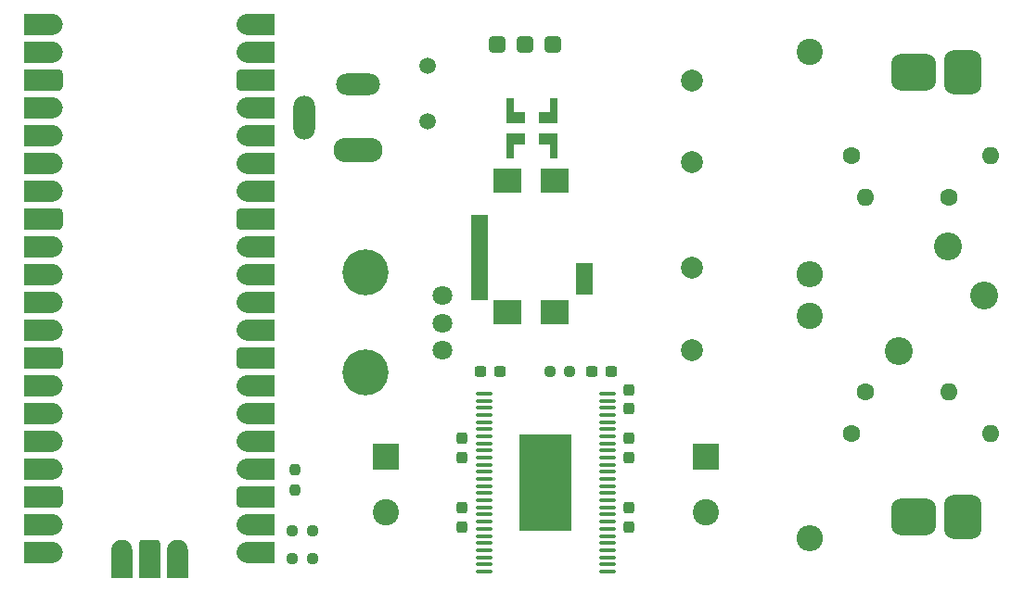
<source format=gts>
G04 #@! TF.GenerationSoftware,KiCad,Pcbnew,(6.0.9)*
G04 #@! TF.CreationDate,2023-03-06T12:56:01+09:00*
G04 #@! TF.ProjectId,MainBoard,4d61696e-426f-4617-9264-2e6b69636164,rev?*
G04 #@! TF.SameCoordinates,Original*
G04 #@! TF.FileFunction,Soldermask,Top*
G04 #@! TF.FilePolarity,Negative*
%FSLAX46Y46*%
G04 Gerber Fmt 4.6, Leading zero omitted, Abs format (unit mm)*
G04 Created by KiCad (PCBNEW (6.0.9)) date 2023-03-06 12:56:01*
%MOMM*%
%LPD*%
G01*
G04 APERTURE LIST*
G04 Aperture macros list*
%AMRoundRect*
0 Rectangle with rounded corners*
0 $1 Rounding radius*
0 $2 $3 $4 $5 $6 $7 $8 $9 X,Y pos of 4 corners*
0 Add a 4 corners polygon primitive as box body*
4,1,4,$2,$3,$4,$5,$6,$7,$8,$9,$2,$3,0*
0 Add four circle primitives for the rounded corners*
1,1,$1+$1,$2,$3*
1,1,$1+$1,$4,$5*
1,1,$1+$1,$6,$7*
1,1,$1+$1,$8,$9*
0 Add four rect primitives between the rounded corners*
20,1,$1+$1,$2,$3,$4,$5,0*
20,1,$1+$1,$4,$5,$6,$7,0*
20,1,$1+$1,$6,$7,$8,$9,0*
20,1,$1+$1,$8,$9,$2,$3,0*%
%AMFreePoly0*
4,1,17,1.875035,1.275035,1.875050,1.275000,1.875050,0.575000,1.875035,0.574965,1.875000,0.574950,0.575050,0.574950,0.575050,-0.425000,0.575035,-0.425035,0.575000,-0.425050,-0.425000,-0.425050,-0.425035,-0.425035,-0.425050,-0.425000,-0.425050,1.275000,-0.425035,1.275035,-0.425000,1.275050,1.875000,1.275050,1.875035,1.275035,1.875035,1.275035,$1*%
%AMFreePoly1*
4,1,17,0.425035,1.275035,0.425050,1.275000,0.425050,-0.425000,0.425035,-0.425035,0.425000,-0.425050,-0.575000,-0.425050,-0.575035,-0.425035,-0.575050,-0.425000,-0.575050,0.574950,-1.875000,0.574950,-1.875035,0.574965,-1.875050,0.575000,-1.875050,1.275000,-1.875035,1.275035,-1.875000,1.275050,0.425000,1.275050,0.425035,1.275035,0.425035,1.275035,$1*%
%AMFreePoly2*
4,1,17,0.425035,0.425035,0.425050,0.425000,0.425050,-1.275000,0.425035,-1.275035,0.425000,-1.275050,-1.875000,-1.275050,-1.875035,-1.275035,-1.875050,-1.275000,-1.875050,-0.575000,-1.875035,-0.574965,-1.875000,-0.574950,-0.575050,-0.574950,-0.575050,0.425000,-0.575035,0.425035,-0.575000,0.425050,0.425000,0.425050,0.425035,0.425035,0.425035,0.425035,$1*%
%AMFreePoly3*
4,1,17,0.575035,0.425035,0.575050,0.425000,0.575050,-0.574950,1.875000,-0.574950,1.875035,-0.574965,1.875050,-0.575000,1.875050,-1.275000,1.875035,-1.275035,1.875000,-1.275050,-0.425000,-1.275050,-0.425035,-1.275035,-0.425050,-1.275000,-0.425050,0.425000,-0.425035,0.425035,-0.425000,0.425050,0.575000,0.425050,0.575035,0.425035,0.575035,0.425035,$1*%
G04 Aperture macros list end*
%ADD10C,0.010000*%
%ADD11RoundRect,0.840625X0.840625X1.176875X-0.840625X1.176875X-0.840625X-1.176875X0.840625X-1.176875X0*%
%ADD12RoundRect,0.840625X1.176875X0.840625X-1.176875X0.840625X-1.176875X-0.840625X1.176875X-0.840625X0*%
%ADD13C,4.200000*%
%ADD14C,1.800000*%
%ADD15R,2.400000X2.400000*%
%ADD16C,2.400000*%
%ADD17C,1.600000*%
%ADD18O,1.600000X1.600000*%
%ADD19RoundRect,0.237500X0.237500X-0.300000X0.237500X0.300000X-0.237500X0.300000X-0.237500X-0.300000X0*%
%ADD20C,1.515000*%
%ADD21RoundRect,0.237500X-0.237500X0.300000X-0.237500X-0.300000X0.237500X-0.300000X0.237500X0.300000X0*%
%ADD22O,2.400000X2.400000*%
%ADD23RoundRect,0.381000X-0.381000X-0.381000X0.381000X-0.381000X0.381000X0.381000X-0.381000X0.381000X0*%
%ADD24C,2.000000*%
%ADD25RoundRect,0.237500X0.300000X0.237500X-0.300000X0.237500X-0.300000X-0.237500X0.300000X-0.237500X0*%
%ADD26C,2.550000*%
%ADD27RoundRect,0.237500X-0.250000X-0.237500X0.250000X-0.237500X0.250000X0.237500X-0.250000X0.237500X0*%
%ADD28RoundRect,0.237500X-0.237500X0.250000X-0.237500X-0.250000X0.237500X-0.250000X0.237500X0.250000X0*%
%ADD29O,2.000000X4.000000*%
%ADD30O,4.500000X2.250000*%
%ADD31O,4.000000X2.000000*%
%ADD32RoundRect,0.100000X-0.637500X-0.100000X0.637500X-0.100000X0.637500X0.100000X-0.637500X0.100000X0*%
%ADD33R,4.800000X8.800000*%
%ADD34FreePoly0,90.000000*%
%ADD35FreePoly1,90.000000*%
%ADD36FreePoly2,90.000000*%
%ADD37FreePoly3,90.000000*%
%ADD38RoundRect,0.237500X-0.300000X-0.237500X0.300000X-0.237500X0.300000X0.237500X-0.300000X0.237500X0*%
%ADD39R,2.500000X2.162000*%
%ADD40R,1.638000X2.900000*%
%ADD41R,1.638000X7.900000*%
G04 APERTURE END LIST*
G36*
X73707000Y-119751000D02*
G01*
X73754000Y-119755000D01*
X73801000Y-119761000D01*
X73847000Y-119770000D01*
X73893000Y-119781000D01*
X73938000Y-119794000D01*
X73983000Y-119810000D01*
X74026000Y-119828000D01*
X74069000Y-119848000D01*
X74110000Y-119871000D01*
X74150000Y-119895000D01*
X74189000Y-119922000D01*
X74226000Y-119951000D01*
X74262000Y-119981000D01*
X74296000Y-120014000D01*
X74329000Y-120048000D01*
X74359000Y-120084000D01*
X74388000Y-120121000D01*
X74415000Y-120160000D01*
X74439000Y-120200000D01*
X74462000Y-120241000D01*
X74482000Y-120284000D01*
X74500000Y-120327000D01*
X74516000Y-120372000D01*
X74529000Y-120417000D01*
X74540000Y-120463000D01*
X74549000Y-120509000D01*
X74555000Y-120556000D01*
X74559000Y-120603000D01*
X74560000Y-120650000D01*
X74559000Y-120697000D01*
X74555000Y-120744000D01*
X74549000Y-120791000D01*
X74540000Y-120837000D01*
X74529000Y-120883000D01*
X74516000Y-120928000D01*
X74500000Y-120973000D01*
X74482000Y-121016000D01*
X74462000Y-121059000D01*
X74439000Y-121100000D01*
X74415000Y-121140000D01*
X74388000Y-121179000D01*
X74359000Y-121216000D01*
X74329000Y-121252000D01*
X74296000Y-121286000D01*
X74262000Y-121319000D01*
X74226000Y-121349000D01*
X74189000Y-121378000D01*
X74150000Y-121405000D01*
X74110000Y-121429000D01*
X74069000Y-121452000D01*
X74026000Y-121472000D01*
X73983000Y-121490000D01*
X73938000Y-121506000D01*
X73893000Y-121519000D01*
X73847000Y-121530000D01*
X73801000Y-121539000D01*
X73754000Y-121545000D01*
X73707000Y-121549000D01*
X73660000Y-121550000D01*
X71160000Y-121550000D01*
X71160000Y-119750000D01*
X73660000Y-119750000D01*
X73707000Y-119751000D01*
G37*
D10*
X73707000Y-119751000D02*
X73754000Y-119755000D01*
X73801000Y-119761000D01*
X73847000Y-119770000D01*
X73893000Y-119781000D01*
X73938000Y-119794000D01*
X73983000Y-119810000D01*
X74026000Y-119828000D01*
X74069000Y-119848000D01*
X74110000Y-119871000D01*
X74150000Y-119895000D01*
X74189000Y-119922000D01*
X74226000Y-119951000D01*
X74262000Y-119981000D01*
X74296000Y-120014000D01*
X74329000Y-120048000D01*
X74359000Y-120084000D01*
X74388000Y-120121000D01*
X74415000Y-120160000D01*
X74439000Y-120200000D01*
X74462000Y-120241000D01*
X74482000Y-120284000D01*
X74500000Y-120327000D01*
X74516000Y-120372000D01*
X74529000Y-120417000D01*
X74540000Y-120463000D01*
X74549000Y-120509000D01*
X74555000Y-120556000D01*
X74559000Y-120603000D01*
X74560000Y-120650000D01*
X74559000Y-120697000D01*
X74555000Y-120744000D01*
X74549000Y-120791000D01*
X74540000Y-120837000D01*
X74529000Y-120883000D01*
X74516000Y-120928000D01*
X74500000Y-120973000D01*
X74482000Y-121016000D01*
X74462000Y-121059000D01*
X74439000Y-121100000D01*
X74415000Y-121140000D01*
X74388000Y-121179000D01*
X74359000Y-121216000D01*
X74329000Y-121252000D01*
X74296000Y-121286000D01*
X74262000Y-121319000D01*
X74226000Y-121349000D01*
X74189000Y-121378000D01*
X74150000Y-121405000D01*
X74110000Y-121429000D01*
X74069000Y-121452000D01*
X74026000Y-121472000D01*
X73983000Y-121490000D01*
X73938000Y-121506000D01*
X73893000Y-121519000D01*
X73847000Y-121530000D01*
X73801000Y-121539000D01*
X73754000Y-121545000D01*
X73707000Y-121549000D01*
X73660000Y-121550000D01*
X71160000Y-121550000D01*
X71160000Y-119750000D01*
X73660000Y-119750000D01*
X73707000Y-119751000D01*
G36*
X93940000Y-131710000D02*
G01*
X91440000Y-131710000D01*
X91393000Y-131709000D01*
X91346000Y-131705000D01*
X91299000Y-131699000D01*
X91253000Y-131690000D01*
X91207000Y-131679000D01*
X91162000Y-131666000D01*
X91117000Y-131650000D01*
X91074000Y-131632000D01*
X91031000Y-131612000D01*
X90990000Y-131589000D01*
X90950000Y-131565000D01*
X90911000Y-131538000D01*
X90874000Y-131509000D01*
X90838000Y-131479000D01*
X90804000Y-131446000D01*
X90771000Y-131412000D01*
X90741000Y-131376000D01*
X90712000Y-131339000D01*
X90685000Y-131300000D01*
X90661000Y-131260000D01*
X90638000Y-131219000D01*
X90618000Y-131176000D01*
X90600000Y-131133000D01*
X90584000Y-131088000D01*
X90571000Y-131043000D01*
X90560000Y-130997000D01*
X90551000Y-130951000D01*
X90545000Y-130904000D01*
X90541000Y-130857000D01*
X90540000Y-130810000D01*
X90541000Y-130763000D01*
X90545000Y-130716000D01*
X90551000Y-130669000D01*
X90560000Y-130623000D01*
X90571000Y-130577000D01*
X90584000Y-130532000D01*
X90600000Y-130487000D01*
X90618000Y-130444000D01*
X90638000Y-130401000D01*
X90661000Y-130360000D01*
X90685000Y-130320000D01*
X90712000Y-130281000D01*
X90741000Y-130244000D01*
X90771000Y-130208000D01*
X90804000Y-130174000D01*
X90838000Y-130141000D01*
X90874000Y-130111000D01*
X90911000Y-130082000D01*
X90950000Y-130055000D01*
X90990000Y-130031000D01*
X91031000Y-130008000D01*
X91074000Y-129988000D01*
X91117000Y-129970000D01*
X91162000Y-129954000D01*
X91207000Y-129941000D01*
X91253000Y-129930000D01*
X91299000Y-129921000D01*
X91346000Y-129915000D01*
X91393000Y-129911000D01*
X91440000Y-129910000D01*
X93940000Y-129910000D01*
X93940000Y-131710000D01*
G37*
X93940000Y-131710000D02*
X91440000Y-131710000D01*
X91393000Y-131709000D01*
X91346000Y-131705000D01*
X91299000Y-131699000D01*
X91253000Y-131690000D01*
X91207000Y-131679000D01*
X91162000Y-131666000D01*
X91117000Y-131650000D01*
X91074000Y-131632000D01*
X91031000Y-131612000D01*
X90990000Y-131589000D01*
X90950000Y-131565000D01*
X90911000Y-131538000D01*
X90874000Y-131509000D01*
X90838000Y-131479000D01*
X90804000Y-131446000D01*
X90771000Y-131412000D01*
X90741000Y-131376000D01*
X90712000Y-131339000D01*
X90685000Y-131300000D01*
X90661000Y-131260000D01*
X90638000Y-131219000D01*
X90618000Y-131176000D01*
X90600000Y-131133000D01*
X90584000Y-131088000D01*
X90571000Y-131043000D01*
X90560000Y-130997000D01*
X90551000Y-130951000D01*
X90545000Y-130904000D01*
X90541000Y-130857000D01*
X90540000Y-130810000D01*
X90541000Y-130763000D01*
X90545000Y-130716000D01*
X90551000Y-130669000D01*
X90560000Y-130623000D01*
X90571000Y-130577000D01*
X90584000Y-130532000D01*
X90600000Y-130487000D01*
X90618000Y-130444000D01*
X90638000Y-130401000D01*
X90661000Y-130360000D01*
X90685000Y-130320000D01*
X90712000Y-130281000D01*
X90741000Y-130244000D01*
X90771000Y-130208000D01*
X90804000Y-130174000D01*
X90838000Y-130141000D01*
X90874000Y-130111000D01*
X90911000Y-130082000D01*
X90950000Y-130055000D01*
X90990000Y-130031000D01*
X91031000Y-130008000D01*
X91074000Y-129988000D01*
X91117000Y-129970000D01*
X91162000Y-129954000D01*
X91207000Y-129941000D01*
X91253000Y-129930000D01*
X91299000Y-129921000D01*
X91346000Y-129915000D01*
X91393000Y-129911000D01*
X91440000Y-129910000D01*
X93940000Y-129910000D01*
X93940000Y-131710000D01*
G36*
X73707000Y-124831000D02*
G01*
X73754000Y-124835000D01*
X73801000Y-124841000D01*
X73847000Y-124850000D01*
X73893000Y-124861000D01*
X73938000Y-124874000D01*
X73983000Y-124890000D01*
X74026000Y-124908000D01*
X74069000Y-124928000D01*
X74110000Y-124951000D01*
X74150000Y-124975000D01*
X74189000Y-125002000D01*
X74226000Y-125031000D01*
X74262000Y-125061000D01*
X74296000Y-125094000D01*
X74329000Y-125128000D01*
X74359000Y-125164000D01*
X74388000Y-125201000D01*
X74415000Y-125240000D01*
X74439000Y-125280000D01*
X74462000Y-125321000D01*
X74482000Y-125364000D01*
X74500000Y-125407000D01*
X74516000Y-125452000D01*
X74529000Y-125497000D01*
X74540000Y-125543000D01*
X74549000Y-125589000D01*
X74555000Y-125636000D01*
X74559000Y-125683000D01*
X74560000Y-125730000D01*
X74559000Y-125777000D01*
X74555000Y-125824000D01*
X74549000Y-125871000D01*
X74540000Y-125917000D01*
X74529000Y-125963000D01*
X74516000Y-126008000D01*
X74500000Y-126053000D01*
X74482000Y-126096000D01*
X74462000Y-126139000D01*
X74439000Y-126180000D01*
X74415000Y-126220000D01*
X74388000Y-126259000D01*
X74359000Y-126296000D01*
X74329000Y-126332000D01*
X74296000Y-126366000D01*
X74262000Y-126399000D01*
X74226000Y-126429000D01*
X74189000Y-126458000D01*
X74150000Y-126485000D01*
X74110000Y-126509000D01*
X74069000Y-126532000D01*
X74026000Y-126552000D01*
X73983000Y-126570000D01*
X73938000Y-126586000D01*
X73893000Y-126599000D01*
X73847000Y-126610000D01*
X73801000Y-126619000D01*
X73754000Y-126625000D01*
X73707000Y-126629000D01*
X73660000Y-126630000D01*
X71160000Y-126630000D01*
X71160000Y-124830000D01*
X73660000Y-124830000D01*
X73707000Y-124831000D01*
G37*
X73707000Y-124831000D02*
X73754000Y-124835000D01*
X73801000Y-124841000D01*
X73847000Y-124850000D01*
X73893000Y-124861000D01*
X73938000Y-124874000D01*
X73983000Y-124890000D01*
X74026000Y-124908000D01*
X74069000Y-124928000D01*
X74110000Y-124951000D01*
X74150000Y-124975000D01*
X74189000Y-125002000D01*
X74226000Y-125031000D01*
X74262000Y-125061000D01*
X74296000Y-125094000D01*
X74329000Y-125128000D01*
X74359000Y-125164000D01*
X74388000Y-125201000D01*
X74415000Y-125240000D01*
X74439000Y-125280000D01*
X74462000Y-125321000D01*
X74482000Y-125364000D01*
X74500000Y-125407000D01*
X74516000Y-125452000D01*
X74529000Y-125497000D01*
X74540000Y-125543000D01*
X74549000Y-125589000D01*
X74555000Y-125636000D01*
X74559000Y-125683000D01*
X74560000Y-125730000D01*
X74559000Y-125777000D01*
X74555000Y-125824000D01*
X74549000Y-125871000D01*
X74540000Y-125917000D01*
X74529000Y-125963000D01*
X74516000Y-126008000D01*
X74500000Y-126053000D01*
X74482000Y-126096000D01*
X74462000Y-126139000D01*
X74439000Y-126180000D01*
X74415000Y-126220000D01*
X74388000Y-126259000D01*
X74359000Y-126296000D01*
X74329000Y-126332000D01*
X74296000Y-126366000D01*
X74262000Y-126399000D01*
X74226000Y-126429000D01*
X74189000Y-126458000D01*
X74150000Y-126485000D01*
X74110000Y-126509000D01*
X74069000Y-126532000D01*
X74026000Y-126552000D01*
X73983000Y-126570000D01*
X73938000Y-126586000D01*
X73893000Y-126599000D01*
X73847000Y-126610000D01*
X73801000Y-126619000D01*
X73754000Y-126625000D01*
X73707000Y-126629000D01*
X73660000Y-126630000D01*
X71160000Y-126630000D01*
X71160000Y-124830000D01*
X73660000Y-124830000D01*
X73707000Y-124831000D01*
G36*
X73707000Y-101971000D02*
G01*
X73754000Y-101975000D01*
X73801000Y-101981000D01*
X73847000Y-101990000D01*
X73893000Y-102001000D01*
X73938000Y-102014000D01*
X73983000Y-102030000D01*
X74026000Y-102048000D01*
X74069000Y-102068000D01*
X74110000Y-102091000D01*
X74150000Y-102115000D01*
X74189000Y-102142000D01*
X74226000Y-102171000D01*
X74262000Y-102201000D01*
X74296000Y-102234000D01*
X74329000Y-102268000D01*
X74359000Y-102304000D01*
X74388000Y-102341000D01*
X74415000Y-102380000D01*
X74439000Y-102420000D01*
X74462000Y-102461000D01*
X74482000Y-102504000D01*
X74500000Y-102547000D01*
X74516000Y-102592000D01*
X74529000Y-102637000D01*
X74540000Y-102683000D01*
X74549000Y-102729000D01*
X74555000Y-102776000D01*
X74559000Y-102823000D01*
X74560000Y-102870000D01*
X74559000Y-102917000D01*
X74555000Y-102964000D01*
X74549000Y-103011000D01*
X74540000Y-103057000D01*
X74529000Y-103103000D01*
X74516000Y-103148000D01*
X74500000Y-103193000D01*
X74482000Y-103236000D01*
X74462000Y-103279000D01*
X74439000Y-103320000D01*
X74415000Y-103360000D01*
X74388000Y-103399000D01*
X74359000Y-103436000D01*
X74329000Y-103472000D01*
X74296000Y-103506000D01*
X74262000Y-103539000D01*
X74226000Y-103569000D01*
X74189000Y-103598000D01*
X74150000Y-103625000D01*
X74110000Y-103649000D01*
X74069000Y-103672000D01*
X74026000Y-103692000D01*
X73983000Y-103710000D01*
X73938000Y-103726000D01*
X73893000Y-103739000D01*
X73847000Y-103750000D01*
X73801000Y-103759000D01*
X73754000Y-103765000D01*
X73707000Y-103769000D01*
X73660000Y-103770000D01*
X71160000Y-103770000D01*
X71160000Y-101970000D01*
X73660000Y-101970000D01*
X73707000Y-101971000D01*
G37*
X73707000Y-101971000D02*
X73754000Y-101975000D01*
X73801000Y-101981000D01*
X73847000Y-101990000D01*
X73893000Y-102001000D01*
X73938000Y-102014000D01*
X73983000Y-102030000D01*
X74026000Y-102048000D01*
X74069000Y-102068000D01*
X74110000Y-102091000D01*
X74150000Y-102115000D01*
X74189000Y-102142000D01*
X74226000Y-102171000D01*
X74262000Y-102201000D01*
X74296000Y-102234000D01*
X74329000Y-102268000D01*
X74359000Y-102304000D01*
X74388000Y-102341000D01*
X74415000Y-102380000D01*
X74439000Y-102420000D01*
X74462000Y-102461000D01*
X74482000Y-102504000D01*
X74500000Y-102547000D01*
X74516000Y-102592000D01*
X74529000Y-102637000D01*
X74540000Y-102683000D01*
X74549000Y-102729000D01*
X74555000Y-102776000D01*
X74559000Y-102823000D01*
X74560000Y-102870000D01*
X74559000Y-102917000D01*
X74555000Y-102964000D01*
X74549000Y-103011000D01*
X74540000Y-103057000D01*
X74529000Y-103103000D01*
X74516000Y-103148000D01*
X74500000Y-103193000D01*
X74482000Y-103236000D01*
X74462000Y-103279000D01*
X74439000Y-103320000D01*
X74415000Y-103360000D01*
X74388000Y-103399000D01*
X74359000Y-103436000D01*
X74329000Y-103472000D01*
X74296000Y-103506000D01*
X74262000Y-103539000D01*
X74226000Y-103569000D01*
X74189000Y-103598000D01*
X74150000Y-103625000D01*
X74110000Y-103649000D01*
X74069000Y-103672000D01*
X74026000Y-103692000D01*
X73983000Y-103710000D01*
X73938000Y-103726000D01*
X73893000Y-103739000D01*
X73847000Y-103750000D01*
X73801000Y-103759000D01*
X73754000Y-103765000D01*
X73707000Y-103769000D01*
X73660000Y-103770000D01*
X71160000Y-103770000D01*
X71160000Y-101970000D01*
X73660000Y-101970000D01*
X73707000Y-101971000D01*
G36*
X93940000Y-119010000D02*
G01*
X91440000Y-119010000D01*
X91393000Y-119009000D01*
X91346000Y-119005000D01*
X91299000Y-118999000D01*
X91253000Y-118990000D01*
X91207000Y-118979000D01*
X91162000Y-118966000D01*
X91117000Y-118950000D01*
X91074000Y-118932000D01*
X91031000Y-118912000D01*
X90990000Y-118889000D01*
X90950000Y-118865000D01*
X90911000Y-118838000D01*
X90874000Y-118809000D01*
X90838000Y-118779000D01*
X90804000Y-118746000D01*
X90771000Y-118712000D01*
X90741000Y-118676000D01*
X90712000Y-118639000D01*
X90685000Y-118600000D01*
X90661000Y-118560000D01*
X90638000Y-118519000D01*
X90618000Y-118476000D01*
X90600000Y-118433000D01*
X90584000Y-118388000D01*
X90571000Y-118343000D01*
X90560000Y-118297000D01*
X90551000Y-118251000D01*
X90545000Y-118204000D01*
X90541000Y-118157000D01*
X90540000Y-118110000D01*
X90541000Y-118063000D01*
X90545000Y-118016000D01*
X90551000Y-117969000D01*
X90560000Y-117923000D01*
X90571000Y-117877000D01*
X90584000Y-117832000D01*
X90600000Y-117787000D01*
X90618000Y-117744000D01*
X90638000Y-117701000D01*
X90661000Y-117660000D01*
X90685000Y-117620000D01*
X90712000Y-117581000D01*
X90741000Y-117544000D01*
X90771000Y-117508000D01*
X90804000Y-117474000D01*
X90838000Y-117441000D01*
X90874000Y-117411000D01*
X90911000Y-117382000D01*
X90950000Y-117355000D01*
X90990000Y-117331000D01*
X91031000Y-117308000D01*
X91074000Y-117288000D01*
X91117000Y-117270000D01*
X91162000Y-117254000D01*
X91207000Y-117241000D01*
X91253000Y-117230000D01*
X91299000Y-117221000D01*
X91346000Y-117215000D01*
X91393000Y-117211000D01*
X91440000Y-117210000D01*
X93940000Y-117210000D01*
X93940000Y-119010000D01*
G37*
X93940000Y-119010000D02*
X91440000Y-119010000D01*
X91393000Y-119009000D01*
X91346000Y-119005000D01*
X91299000Y-118999000D01*
X91253000Y-118990000D01*
X91207000Y-118979000D01*
X91162000Y-118966000D01*
X91117000Y-118950000D01*
X91074000Y-118932000D01*
X91031000Y-118912000D01*
X90990000Y-118889000D01*
X90950000Y-118865000D01*
X90911000Y-118838000D01*
X90874000Y-118809000D01*
X90838000Y-118779000D01*
X90804000Y-118746000D01*
X90771000Y-118712000D01*
X90741000Y-118676000D01*
X90712000Y-118639000D01*
X90685000Y-118600000D01*
X90661000Y-118560000D01*
X90638000Y-118519000D01*
X90618000Y-118476000D01*
X90600000Y-118433000D01*
X90584000Y-118388000D01*
X90571000Y-118343000D01*
X90560000Y-118297000D01*
X90551000Y-118251000D01*
X90545000Y-118204000D01*
X90541000Y-118157000D01*
X90540000Y-118110000D01*
X90541000Y-118063000D01*
X90545000Y-118016000D01*
X90551000Y-117969000D01*
X90560000Y-117923000D01*
X90571000Y-117877000D01*
X90584000Y-117832000D01*
X90600000Y-117787000D01*
X90618000Y-117744000D01*
X90638000Y-117701000D01*
X90661000Y-117660000D01*
X90685000Y-117620000D01*
X90712000Y-117581000D01*
X90741000Y-117544000D01*
X90771000Y-117508000D01*
X90804000Y-117474000D01*
X90838000Y-117441000D01*
X90874000Y-117411000D01*
X90911000Y-117382000D01*
X90950000Y-117355000D01*
X90990000Y-117331000D01*
X91031000Y-117308000D01*
X91074000Y-117288000D01*
X91117000Y-117270000D01*
X91162000Y-117254000D01*
X91207000Y-117241000D01*
X91253000Y-117230000D01*
X91299000Y-117221000D01*
X91346000Y-117215000D01*
X91393000Y-117211000D01*
X91440000Y-117210000D01*
X93940000Y-117210000D01*
X93940000Y-119010000D01*
G36*
X93940000Y-96150000D02*
G01*
X91440000Y-96150000D01*
X91393000Y-96149000D01*
X91346000Y-96145000D01*
X91299000Y-96139000D01*
X91253000Y-96130000D01*
X91207000Y-96119000D01*
X91162000Y-96106000D01*
X91117000Y-96090000D01*
X91074000Y-96072000D01*
X91031000Y-96052000D01*
X90990000Y-96029000D01*
X90950000Y-96005000D01*
X90911000Y-95978000D01*
X90874000Y-95949000D01*
X90838000Y-95919000D01*
X90804000Y-95886000D01*
X90771000Y-95852000D01*
X90741000Y-95816000D01*
X90712000Y-95779000D01*
X90685000Y-95740000D01*
X90661000Y-95700000D01*
X90638000Y-95659000D01*
X90618000Y-95616000D01*
X90600000Y-95573000D01*
X90584000Y-95528000D01*
X90571000Y-95483000D01*
X90560000Y-95437000D01*
X90551000Y-95391000D01*
X90545000Y-95344000D01*
X90541000Y-95297000D01*
X90540000Y-95250000D01*
X90541000Y-95203000D01*
X90545000Y-95156000D01*
X90551000Y-95109000D01*
X90560000Y-95063000D01*
X90571000Y-95017000D01*
X90584000Y-94972000D01*
X90600000Y-94927000D01*
X90618000Y-94884000D01*
X90638000Y-94841000D01*
X90661000Y-94800000D01*
X90685000Y-94760000D01*
X90712000Y-94721000D01*
X90741000Y-94684000D01*
X90771000Y-94648000D01*
X90804000Y-94614000D01*
X90838000Y-94581000D01*
X90874000Y-94551000D01*
X90911000Y-94522000D01*
X90950000Y-94495000D01*
X90990000Y-94471000D01*
X91031000Y-94448000D01*
X91074000Y-94428000D01*
X91117000Y-94410000D01*
X91162000Y-94394000D01*
X91207000Y-94381000D01*
X91253000Y-94370000D01*
X91299000Y-94361000D01*
X91346000Y-94355000D01*
X91393000Y-94351000D01*
X91440000Y-94350000D01*
X93940000Y-94350000D01*
X93940000Y-96150000D01*
G37*
X93940000Y-96150000D02*
X91440000Y-96150000D01*
X91393000Y-96149000D01*
X91346000Y-96145000D01*
X91299000Y-96139000D01*
X91253000Y-96130000D01*
X91207000Y-96119000D01*
X91162000Y-96106000D01*
X91117000Y-96090000D01*
X91074000Y-96072000D01*
X91031000Y-96052000D01*
X90990000Y-96029000D01*
X90950000Y-96005000D01*
X90911000Y-95978000D01*
X90874000Y-95949000D01*
X90838000Y-95919000D01*
X90804000Y-95886000D01*
X90771000Y-95852000D01*
X90741000Y-95816000D01*
X90712000Y-95779000D01*
X90685000Y-95740000D01*
X90661000Y-95700000D01*
X90638000Y-95659000D01*
X90618000Y-95616000D01*
X90600000Y-95573000D01*
X90584000Y-95528000D01*
X90571000Y-95483000D01*
X90560000Y-95437000D01*
X90551000Y-95391000D01*
X90545000Y-95344000D01*
X90541000Y-95297000D01*
X90540000Y-95250000D01*
X90541000Y-95203000D01*
X90545000Y-95156000D01*
X90551000Y-95109000D01*
X90560000Y-95063000D01*
X90571000Y-95017000D01*
X90584000Y-94972000D01*
X90600000Y-94927000D01*
X90618000Y-94884000D01*
X90638000Y-94841000D01*
X90661000Y-94800000D01*
X90685000Y-94760000D01*
X90712000Y-94721000D01*
X90741000Y-94684000D01*
X90771000Y-94648000D01*
X90804000Y-94614000D01*
X90838000Y-94581000D01*
X90874000Y-94551000D01*
X90911000Y-94522000D01*
X90950000Y-94495000D01*
X90990000Y-94471000D01*
X91031000Y-94448000D01*
X91074000Y-94428000D01*
X91117000Y-94410000D01*
X91162000Y-94394000D01*
X91207000Y-94381000D01*
X91253000Y-94370000D01*
X91299000Y-94361000D01*
X91346000Y-94355000D01*
X91393000Y-94351000D01*
X91440000Y-94350000D01*
X93940000Y-94350000D01*
X93940000Y-96150000D01*
G36*
X74291000Y-134992000D02*
G01*
X74307000Y-134994000D01*
X74322000Y-134997000D01*
X74338000Y-135000000D01*
X74368000Y-135010000D01*
X74382000Y-135016000D01*
X74410000Y-135030000D01*
X74423000Y-135038000D01*
X74436000Y-135047000D01*
X74449000Y-135057000D01*
X74461000Y-135067000D01*
X74483000Y-135089000D01*
X74493000Y-135101000D01*
X74503000Y-135114000D01*
X74512000Y-135127000D01*
X74520000Y-135140000D01*
X74534000Y-135168000D01*
X74540000Y-135182000D01*
X74550000Y-135212000D01*
X74553000Y-135228000D01*
X74556000Y-135243000D01*
X74558000Y-135259000D01*
X74560000Y-135274000D01*
X74560000Y-136506000D01*
X74558000Y-136521000D01*
X74556000Y-136537000D01*
X74553000Y-136552000D01*
X74550000Y-136568000D01*
X74540000Y-136598000D01*
X74534000Y-136612000D01*
X74520000Y-136640000D01*
X74512000Y-136653000D01*
X74503000Y-136666000D01*
X74493000Y-136679000D01*
X74483000Y-136691000D01*
X74461000Y-136713000D01*
X74449000Y-136723000D01*
X74436000Y-136733000D01*
X74423000Y-136742000D01*
X74410000Y-136750000D01*
X74382000Y-136764000D01*
X74368000Y-136770000D01*
X74338000Y-136780000D01*
X74322000Y-136783000D01*
X74307000Y-136786000D01*
X74291000Y-136788000D01*
X74276000Y-136790000D01*
X71160000Y-136790000D01*
X71160000Y-134990000D01*
X74276000Y-134990000D01*
X74291000Y-134992000D01*
G37*
X74291000Y-134992000D02*
X74307000Y-134994000D01*
X74322000Y-134997000D01*
X74338000Y-135000000D01*
X74368000Y-135010000D01*
X74382000Y-135016000D01*
X74410000Y-135030000D01*
X74423000Y-135038000D01*
X74436000Y-135047000D01*
X74449000Y-135057000D01*
X74461000Y-135067000D01*
X74483000Y-135089000D01*
X74493000Y-135101000D01*
X74503000Y-135114000D01*
X74512000Y-135127000D01*
X74520000Y-135140000D01*
X74534000Y-135168000D01*
X74540000Y-135182000D01*
X74550000Y-135212000D01*
X74553000Y-135228000D01*
X74556000Y-135243000D01*
X74558000Y-135259000D01*
X74560000Y-135274000D01*
X74560000Y-136506000D01*
X74558000Y-136521000D01*
X74556000Y-136537000D01*
X74553000Y-136552000D01*
X74550000Y-136568000D01*
X74540000Y-136598000D01*
X74534000Y-136612000D01*
X74520000Y-136640000D01*
X74512000Y-136653000D01*
X74503000Y-136666000D01*
X74493000Y-136679000D01*
X74483000Y-136691000D01*
X74461000Y-136713000D01*
X74449000Y-136723000D01*
X74436000Y-136733000D01*
X74423000Y-136742000D01*
X74410000Y-136750000D01*
X74382000Y-136764000D01*
X74368000Y-136770000D01*
X74338000Y-136780000D01*
X74322000Y-136783000D01*
X74307000Y-136786000D01*
X74291000Y-136788000D01*
X74276000Y-136790000D01*
X71160000Y-136790000D01*
X71160000Y-134990000D01*
X74276000Y-134990000D01*
X74291000Y-134992000D01*
G36*
X74291000Y-122292000D02*
G01*
X74307000Y-122294000D01*
X74322000Y-122297000D01*
X74338000Y-122300000D01*
X74368000Y-122310000D01*
X74382000Y-122316000D01*
X74410000Y-122330000D01*
X74423000Y-122338000D01*
X74436000Y-122347000D01*
X74449000Y-122357000D01*
X74461000Y-122367000D01*
X74483000Y-122389000D01*
X74493000Y-122401000D01*
X74503000Y-122414000D01*
X74512000Y-122427000D01*
X74520000Y-122440000D01*
X74534000Y-122468000D01*
X74540000Y-122482000D01*
X74550000Y-122512000D01*
X74553000Y-122528000D01*
X74556000Y-122543000D01*
X74558000Y-122559000D01*
X74560000Y-122574000D01*
X74560000Y-123806000D01*
X74558000Y-123821000D01*
X74556000Y-123837000D01*
X74553000Y-123852000D01*
X74550000Y-123868000D01*
X74540000Y-123898000D01*
X74534000Y-123912000D01*
X74520000Y-123940000D01*
X74512000Y-123953000D01*
X74503000Y-123966000D01*
X74493000Y-123979000D01*
X74483000Y-123991000D01*
X74461000Y-124013000D01*
X74449000Y-124023000D01*
X74436000Y-124033000D01*
X74423000Y-124042000D01*
X74410000Y-124050000D01*
X74382000Y-124064000D01*
X74368000Y-124070000D01*
X74338000Y-124080000D01*
X74322000Y-124083000D01*
X74307000Y-124086000D01*
X74291000Y-124088000D01*
X74276000Y-124090000D01*
X71160000Y-124090000D01*
X71160000Y-122290000D01*
X74276000Y-122290000D01*
X74291000Y-122292000D01*
G37*
X74291000Y-122292000D02*
X74307000Y-122294000D01*
X74322000Y-122297000D01*
X74338000Y-122300000D01*
X74368000Y-122310000D01*
X74382000Y-122316000D01*
X74410000Y-122330000D01*
X74423000Y-122338000D01*
X74436000Y-122347000D01*
X74449000Y-122357000D01*
X74461000Y-122367000D01*
X74483000Y-122389000D01*
X74493000Y-122401000D01*
X74503000Y-122414000D01*
X74512000Y-122427000D01*
X74520000Y-122440000D01*
X74534000Y-122468000D01*
X74540000Y-122482000D01*
X74550000Y-122512000D01*
X74553000Y-122528000D01*
X74556000Y-122543000D01*
X74558000Y-122559000D01*
X74560000Y-122574000D01*
X74560000Y-123806000D01*
X74558000Y-123821000D01*
X74556000Y-123837000D01*
X74553000Y-123852000D01*
X74550000Y-123868000D01*
X74540000Y-123898000D01*
X74534000Y-123912000D01*
X74520000Y-123940000D01*
X74512000Y-123953000D01*
X74503000Y-123966000D01*
X74493000Y-123979000D01*
X74483000Y-123991000D01*
X74461000Y-124013000D01*
X74449000Y-124023000D01*
X74436000Y-124033000D01*
X74423000Y-124042000D01*
X74410000Y-124050000D01*
X74382000Y-124064000D01*
X74368000Y-124070000D01*
X74338000Y-124080000D01*
X74322000Y-124083000D01*
X74307000Y-124086000D01*
X74291000Y-124088000D01*
X74276000Y-124090000D01*
X71160000Y-124090000D01*
X71160000Y-122290000D01*
X74276000Y-122290000D01*
X74291000Y-122292000D01*
G36*
X73707000Y-140071000D02*
G01*
X73754000Y-140075000D01*
X73801000Y-140081000D01*
X73847000Y-140090000D01*
X73893000Y-140101000D01*
X73938000Y-140114000D01*
X73983000Y-140130000D01*
X74026000Y-140148000D01*
X74069000Y-140168000D01*
X74110000Y-140191000D01*
X74150000Y-140215000D01*
X74189000Y-140242000D01*
X74226000Y-140271000D01*
X74262000Y-140301000D01*
X74296000Y-140334000D01*
X74329000Y-140368000D01*
X74359000Y-140404000D01*
X74388000Y-140441000D01*
X74415000Y-140480000D01*
X74439000Y-140520000D01*
X74462000Y-140561000D01*
X74482000Y-140604000D01*
X74500000Y-140647000D01*
X74516000Y-140692000D01*
X74529000Y-140737000D01*
X74540000Y-140783000D01*
X74549000Y-140829000D01*
X74555000Y-140876000D01*
X74559000Y-140923000D01*
X74560000Y-140970000D01*
X74559000Y-141017000D01*
X74555000Y-141064000D01*
X74549000Y-141111000D01*
X74540000Y-141157000D01*
X74529000Y-141203000D01*
X74516000Y-141248000D01*
X74500000Y-141293000D01*
X74482000Y-141336000D01*
X74462000Y-141379000D01*
X74439000Y-141420000D01*
X74415000Y-141460000D01*
X74388000Y-141499000D01*
X74359000Y-141536000D01*
X74329000Y-141572000D01*
X74296000Y-141606000D01*
X74262000Y-141639000D01*
X74226000Y-141669000D01*
X74189000Y-141698000D01*
X74150000Y-141725000D01*
X74110000Y-141749000D01*
X74069000Y-141772000D01*
X74026000Y-141792000D01*
X73983000Y-141810000D01*
X73938000Y-141826000D01*
X73893000Y-141839000D01*
X73847000Y-141850000D01*
X73801000Y-141859000D01*
X73754000Y-141865000D01*
X73707000Y-141869000D01*
X73660000Y-141870000D01*
X71160000Y-141870000D01*
X71160000Y-140070000D01*
X73660000Y-140070000D01*
X73707000Y-140071000D01*
G37*
X73707000Y-140071000D02*
X73754000Y-140075000D01*
X73801000Y-140081000D01*
X73847000Y-140090000D01*
X73893000Y-140101000D01*
X73938000Y-140114000D01*
X73983000Y-140130000D01*
X74026000Y-140148000D01*
X74069000Y-140168000D01*
X74110000Y-140191000D01*
X74150000Y-140215000D01*
X74189000Y-140242000D01*
X74226000Y-140271000D01*
X74262000Y-140301000D01*
X74296000Y-140334000D01*
X74329000Y-140368000D01*
X74359000Y-140404000D01*
X74388000Y-140441000D01*
X74415000Y-140480000D01*
X74439000Y-140520000D01*
X74462000Y-140561000D01*
X74482000Y-140604000D01*
X74500000Y-140647000D01*
X74516000Y-140692000D01*
X74529000Y-140737000D01*
X74540000Y-140783000D01*
X74549000Y-140829000D01*
X74555000Y-140876000D01*
X74559000Y-140923000D01*
X74560000Y-140970000D01*
X74559000Y-141017000D01*
X74555000Y-141064000D01*
X74549000Y-141111000D01*
X74540000Y-141157000D01*
X74529000Y-141203000D01*
X74516000Y-141248000D01*
X74500000Y-141293000D01*
X74482000Y-141336000D01*
X74462000Y-141379000D01*
X74439000Y-141420000D01*
X74415000Y-141460000D01*
X74388000Y-141499000D01*
X74359000Y-141536000D01*
X74329000Y-141572000D01*
X74296000Y-141606000D01*
X74262000Y-141639000D01*
X74226000Y-141669000D01*
X74189000Y-141698000D01*
X74150000Y-141725000D01*
X74110000Y-141749000D01*
X74069000Y-141772000D01*
X74026000Y-141792000D01*
X73983000Y-141810000D01*
X73938000Y-141826000D01*
X73893000Y-141839000D01*
X73847000Y-141850000D01*
X73801000Y-141859000D01*
X73754000Y-141865000D01*
X73707000Y-141869000D01*
X73660000Y-141870000D01*
X71160000Y-141870000D01*
X71160000Y-140070000D01*
X73660000Y-140070000D01*
X73707000Y-140071000D01*
G36*
X73707000Y-117211000D02*
G01*
X73754000Y-117215000D01*
X73801000Y-117221000D01*
X73847000Y-117230000D01*
X73893000Y-117241000D01*
X73938000Y-117254000D01*
X73983000Y-117270000D01*
X74026000Y-117288000D01*
X74069000Y-117308000D01*
X74110000Y-117331000D01*
X74150000Y-117355000D01*
X74189000Y-117382000D01*
X74226000Y-117411000D01*
X74262000Y-117441000D01*
X74296000Y-117474000D01*
X74329000Y-117508000D01*
X74359000Y-117544000D01*
X74388000Y-117581000D01*
X74415000Y-117620000D01*
X74439000Y-117660000D01*
X74462000Y-117701000D01*
X74482000Y-117744000D01*
X74500000Y-117787000D01*
X74516000Y-117832000D01*
X74529000Y-117877000D01*
X74540000Y-117923000D01*
X74549000Y-117969000D01*
X74555000Y-118016000D01*
X74559000Y-118063000D01*
X74560000Y-118110000D01*
X74559000Y-118157000D01*
X74555000Y-118204000D01*
X74549000Y-118251000D01*
X74540000Y-118297000D01*
X74529000Y-118343000D01*
X74516000Y-118388000D01*
X74500000Y-118433000D01*
X74482000Y-118476000D01*
X74462000Y-118519000D01*
X74439000Y-118560000D01*
X74415000Y-118600000D01*
X74388000Y-118639000D01*
X74359000Y-118676000D01*
X74329000Y-118712000D01*
X74296000Y-118746000D01*
X74262000Y-118779000D01*
X74226000Y-118809000D01*
X74189000Y-118838000D01*
X74150000Y-118865000D01*
X74110000Y-118889000D01*
X74069000Y-118912000D01*
X74026000Y-118932000D01*
X73983000Y-118950000D01*
X73938000Y-118966000D01*
X73893000Y-118979000D01*
X73847000Y-118990000D01*
X73801000Y-118999000D01*
X73754000Y-119005000D01*
X73707000Y-119009000D01*
X73660000Y-119010000D01*
X71160000Y-119010000D01*
X71160000Y-117210000D01*
X73660000Y-117210000D01*
X73707000Y-117211000D01*
G37*
X73707000Y-117211000D02*
X73754000Y-117215000D01*
X73801000Y-117221000D01*
X73847000Y-117230000D01*
X73893000Y-117241000D01*
X73938000Y-117254000D01*
X73983000Y-117270000D01*
X74026000Y-117288000D01*
X74069000Y-117308000D01*
X74110000Y-117331000D01*
X74150000Y-117355000D01*
X74189000Y-117382000D01*
X74226000Y-117411000D01*
X74262000Y-117441000D01*
X74296000Y-117474000D01*
X74329000Y-117508000D01*
X74359000Y-117544000D01*
X74388000Y-117581000D01*
X74415000Y-117620000D01*
X74439000Y-117660000D01*
X74462000Y-117701000D01*
X74482000Y-117744000D01*
X74500000Y-117787000D01*
X74516000Y-117832000D01*
X74529000Y-117877000D01*
X74540000Y-117923000D01*
X74549000Y-117969000D01*
X74555000Y-118016000D01*
X74559000Y-118063000D01*
X74560000Y-118110000D01*
X74559000Y-118157000D01*
X74555000Y-118204000D01*
X74549000Y-118251000D01*
X74540000Y-118297000D01*
X74529000Y-118343000D01*
X74516000Y-118388000D01*
X74500000Y-118433000D01*
X74482000Y-118476000D01*
X74462000Y-118519000D01*
X74439000Y-118560000D01*
X74415000Y-118600000D01*
X74388000Y-118639000D01*
X74359000Y-118676000D01*
X74329000Y-118712000D01*
X74296000Y-118746000D01*
X74262000Y-118779000D01*
X74226000Y-118809000D01*
X74189000Y-118838000D01*
X74150000Y-118865000D01*
X74110000Y-118889000D01*
X74069000Y-118912000D01*
X74026000Y-118932000D01*
X73983000Y-118950000D01*
X73938000Y-118966000D01*
X73893000Y-118979000D01*
X73847000Y-118990000D01*
X73801000Y-118999000D01*
X73754000Y-119005000D01*
X73707000Y-119009000D01*
X73660000Y-119010000D01*
X71160000Y-119010000D01*
X71160000Y-117210000D01*
X73660000Y-117210000D01*
X73707000Y-117211000D01*
G36*
X93940000Y-101230000D02*
G01*
X91440000Y-101230000D01*
X91393000Y-101229000D01*
X91346000Y-101225000D01*
X91299000Y-101219000D01*
X91253000Y-101210000D01*
X91207000Y-101199000D01*
X91162000Y-101186000D01*
X91117000Y-101170000D01*
X91074000Y-101152000D01*
X91031000Y-101132000D01*
X90990000Y-101109000D01*
X90950000Y-101085000D01*
X90911000Y-101058000D01*
X90874000Y-101029000D01*
X90838000Y-100999000D01*
X90804000Y-100966000D01*
X90771000Y-100932000D01*
X90741000Y-100896000D01*
X90712000Y-100859000D01*
X90685000Y-100820000D01*
X90661000Y-100780000D01*
X90638000Y-100739000D01*
X90618000Y-100696000D01*
X90600000Y-100653000D01*
X90584000Y-100608000D01*
X90571000Y-100563000D01*
X90560000Y-100517000D01*
X90551000Y-100471000D01*
X90545000Y-100424000D01*
X90541000Y-100377000D01*
X90540000Y-100330000D01*
X90541000Y-100283000D01*
X90545000Y-100236000D01*
X90551000Y-100189000D01*
X90560000Y-100143000D01*
X90571000Y-100097000D01*
X90584000Y-100052000D01*
X90600000Y-100007000D01*
X90618000Y-99964000D01*
X90638000Y-99921000D01*
X90661000Y-99880000D01*
X90685000Y-99840000D01*
X90712000Y-99801000D01*
X90741000Y-99764000D01*
X90771000Y-99728000D01*
X90804000Y-99694000D01*
X90838000Y-99661000D01*
X90874000Y-99631000D01*
X90911000Y-99602000D01*
X90950000Y-99575000D01*
X90990000Y-99551000D01*
X91031000Y-99528000D01*
X91074000Y-99508000D01*
X91117000Y-99490000D01*
X91162000Y-99474000D01*
X91207000Y-99461000D01*
X91253000Y-99450000D01*
X91299000Y-99441000D01*
X91346000Y-99435000D01*
X91393000Y-99431000D01*
X91440000Y-99430000D01*
X93940000Y-99430000D01*
X93940000Y-101230000D01*
G37*
X93940000Y-101230000D02*
X91440000Y-101230000D01*
X91393000Y-101229000D01*
X91346000Y-101225000D01*
X91299000Y-101219000D01*
X91253000Y-101210000D01*
X91207000Y-101199000D01*
X91162000Y-101186000D01*
X91117000Y-101170000D01*
X91074000Y-101152000D01*
X91031000Y-101132000D01*
X90990000Y-101109000D01*
X90950000Y-101085000D01*
X90911000Y-101058000D01*
X90874000Y-101029000D01*
X90838000Y-100999000D01*
X90804000Y-100966000D01*
X90771000Y-100932000D01*
X90741000Y-100896000D01*
X90712000Y-100859000D01*
X90685000Y-100820000D01*
X90661000Y-100780000D01*
X90638000Y-100739000D01*
X90618000Y-100696000D01*
X90600000Y-100653000D01*
X90584000Y-100608000D01*
X90571000Y-100563000D01*
X90560000Y-100517000D01*
X90551000Y-100471000D01*
X90545000Y-100424000D01*
X90541000Y-100377000D01*
X90540000Y-100330000D01*
X90541000Y-100283000D01*
X90545000Y-100236000D01*
X90551000Y-100189000D01*
X90560000Y-100143000D01*
X90571000Y-100097000D01*
X90584000Y-100052000D01*
X90600000Y-100007000D01*
X90618000Y-99964000D01*
X90638000Y-99921000D01*
X90661000Y-99880000D01*
X90685000Y-99840000D01*
X90712000Y-99801000D01*
X90741000Y-99764000D01*
X90771000Y-99728000D01*
X90804000Y-99694000D01*
X90838000Y-99661000D01*
X90874000Y-99631000D01*
X90911000Y-99602000D01*
X90950000Y-99575000D01*
X90990000Y-99551000D01*
X91031000Y-99528000D01*
X91074000Y-99508000D01*
X91117000Y-99490000D01*
X91162000Y-99474000D01*
X91207000Y-99461000D01*
X91253000Y-99450000D01*
X91299000Y-99441000D01*
X91346000Y-99435000D01*
X91393000Y-99431000D01*
X91440000Y-99430000D01*
X93940000Y-99430000D01*
X93940000Y-101230000D01*
G36*
X93940000Y-111390000D02*
G01*
X90824000Y-111390000D01*
X90809000Y-111388000D01*
X90793000Y-111386000D01*
X90778000Y-111383000D01*
X90762000Y-111380000D01*
X90732000Y-111370000D01*
X90718000Y-111364000D01*
X90690000Y-111350000D01*
X90677000Y-111342000D01*
X90664000Y-111333000D01*
X90651000Y-111323000D01*
X90639000Y-111313000D01*
X90617000Y-111291000D01*
X90607000Y-111279000D01*
X90597000Y-111266000D01*
X90588000Y-111253000D01*
X90580000Y-111240000D01*
X90566000Y-111212000D01*
X90560000Y-111198000D01*
X90550000Y-111168000D01*
X90547000Y-111152000D01*
X90544000Y-111137000D01*
X90542000Y-111121000D01*
X90540000Y-111106000D01*
X90540000Y-109874000D01*
X90542000Y-109859000D01*
X90544000Y-109843000D01*
X90547000Y-109828000D01*
X90550000Y-109812000D01*
X90560000Y-109782000D01*
X90566000Y-109768000D01*
X90580000Y-109740000D01*
X90588000Y-109727000D01*
X90597000Y-109714000D01*
X90607000Y-109701000D01*
X90617000Y-109689000D01*
X90639000Y-109667000D01*
X90651000Y-109657000D01*
X90664000Y-109647000D01*
X90677000Y-109638000D01*
X90690000Y-109630000D01*
X90718000Y-109616000D01*
X90732000Y-109610000D01*
X90762000Y-109600000D01*
X90778000Y-109597000D01*
X90793000Y-109594000D01*
X90809000Y-109592000D01*
X90824000Y-109590000D01*
X93940000Y-109590000D01*
X93940000Y-111390000D01*
G37*
X93940000Y-111390000D02*
X90824000Y-111390000D01*
X90809000Y-111388000D01*
X90793000Y-111386000D01*
X90778000Y-111383000D01*
X90762000Y-111380000D01*
X90732000Y-111370000D01*
X90718000Y-111364000D01*
X90690000Y-111350000D01*
X90677000Y-111342000D01*
X90664000Y-111333000D01*
X90651000Y-111323000D01*
X90639000Y-111313000D01*
X90617000Y-111291000D01*
X90607000Y-111279000D01*
X90597000Y-111266000D01*
X90588000Y-111253000D01*
X90580000Y-111240000D01*
X90566000Y-111212000D01*
X90560000Y-111198000D01*
X90550000Y-111168000D01*
X90547000Y-111152000D01*
X90544000Y-111137000D01*
X90542000Y-111121000D01*
X90540000Y-111106000D01*
X90540000Y-109874000D01*
X90542000Y-109859000D01*
X90544000Y-109843000D01*
X90547000Y-109828000D01*
X90550000Y-109812000D01*
X90560000Y-109782000D01*
X90566000Y-109768000D01*
X90580000Y-109740000D01*
X90588000Y-109727000D01*
X90597000Y-109714000D01*
X90607000Y-109701000D01*
X90617000Y-109689000D01*
X90639000Y-109667000D01*
X90651000Y-109657000D01*
X90664000Y-109647000D01*
X90677000Y-109638000D01*
X90690000Y-109630000D01*
X90718000Y-109616000D01*
X90732000Y-109610000D01*
X90762000Y-109600000D01*
X90778000Y-109597000D01*
X90793000Y-109594000D01*
X90809000Y-109592000D01*
X90824000Y-109590000D01*
X93940000Y-109590000D01*
X93940000Y-111390000D01*
G36*
X93940000Y-103770000D02*
G01*
X91440000Y-103770000D01*
X91393000Y-103769000D01*
X91346000Y-103765000D01*
X91299000Y-103759000D01*
X91253000Y-103750000D01*
X91207000Y-103739000D01*
X91162000Y-103726000D01*
X91117000Y-103710000D01*
X91074000Y-103692000D01*
X91031000Y-103672000D01*
X90990000Y-103649000D01*
X90950000Y-103625000D01*
X90911000Y-103598000D01*
X90874000Y-103569000D01*
X90838000Y-103539000D01*
X90804000Y-103506000D01*
X90771000Y-103472000D01*
X90741000Y-103436000D01*
X90712000Y-103399000D01*
X90685000Y-103360000D01*
X90661000Y-103320000D01*
X90638000Y-103279000D01*
X90618000Y-103236000D01*
X90600000Y-103193000D01*
X90584000Y-103148000D01*
X90571000Y-103103000D01*
X90560000Y-103057000D01*
X90551000Y-103011000D01*
X90545000Y-102964000D01*
X90541000Y-102917000D01*
X90540000Y-102870000D01*
X90541000Y-102823000D01*
X90545000Y-102776000D01*
X90551000Y-102729000D01*
X90560000Y-102683000D01*
X90571000Y-102637000D01*
X90584000Y-102592000D01*
X90600000Y-102547000D01*
X90618000Y-102504000D01*
X90638000Y-102461000D01*
X90661000Y-102420000D01*
X90685000Y-102380000D01*
X90712000Y-102341000D01*
X90741000Y-102304000D01*
X90771000Y-102268000D01*
X90804000Y-102234000D01*
X90838000Y-102201000D01*
X90874000Y-102171000D01*
X90911000Y-102142000D01*
X90950000Y-102115000D01*
X90990000Y-102091000D01*
X91031000Y-102068000D01*
X91074000Y-102048000D01*
X91117000Y-102030000D01*
X91162000Y-102014000D01*
X91207000Y-102001000D01*
X91253000Y-101990000D01*
X91299000Y-101981000D01*
X91346000Y-101975000D01*
X91393000Y-101971000D01*
X91440000Y-101970000D01*
X93940000Y-101970000D01*
X93940000Y-103770000D01*
G37*
X93940000Y-103770000D02*
X91440000Y-103770000D01*
X91393000Y-103769000D01*
X91346000Y-103765000D01*
X91299000Y-103759000D01*
X91253000Y-103750000D01*
X91207000Y-103739000D01*
X91162000Y-103726000D01*
X91117000Y-103710000D01*
X91074000Y-103692000D01*
X91031000Y-103672000D01*
X90990000Y-103649000D01*
X90950000Y-103625000D01*
X90911000Y-103598000D01*
X90874000Y-103569000D01*
X90838000Y-103539000D01*
X90804000Y-103506000D01*
X90771000Y-103472000D01*
X90741000Y-103436000D01*
X90712000Y-103399000D01*
X90685000Y-103360000D01*
X90661000Y-103320000D01*
X90638000Y-103279000D01*
X90618000Y-103236000D01*
X90600000Y-103193000D01*
X90584000Y-103148000D01*
X90571000Y-103103000D01*
X90560000Y-103057000D01*
X90551000Y-103011000D01*
X90545000Y-102964000D01*
X90541000Y-102917000D01*
X90540000Y-102870000D01*
X90541000Y-102823000D01*
X90545000Y-102776000D01*
X90551000Y-102729000D01*
X90560000Y-102683000D01*
X90571000Y-102637000D01*
X90584000Y-102592000D01*
X90600000Y-102547000D01*
X90618000Y-102504000D01*
X90638000Y-102461000D01*
X90661000Y-102420000D01*
X90685000Y-102380000D01*
X90712000Y-102341000D01*
X90741000Y-102304000D01*
X90771000Y-102268000D01*
X90804000Y-102234000D01*
X90838000Y-102201000D01*
X90874000Y-102171000D01*
X90911000Y-102142000D01*
X90950000Y-102115000D01*
X90990000Y-102091000D01*
X91031000Y-102068000D01*
X91074000Y-102048000D01*
X91117000Y-102030000D01*
X91162000Y-102014000D01*
X91207000Y-102001000D01*
X91253000Y-101990000D01*
X91299000Y-101981000D01*
X91346000Y-101975000D01*
X91393000Y-101971000D01*
X91440000Y-101970000D01*
X93940000Y-101970000D01*
X93940000Y-103770000D01*
G36*
X73707000Y-112131000D02*
G01*
X73754000Y-112135000D01*
X73801000Y-112141000D01*
X73847000Y-112150000D01*
X73893000Y-112161000D01*
X73938000Y-112174000D01*
X73983000Y-112190000D01*
X74026000Y-112208000D01*
X74069000Y-112228000D01*
X74110000Y-112251000D01*
X74150000Y-112275000D01*
X74189000Y-112302000D01*
X74226000Y-112331000D01*
X74262000Y-112361000D01*
X74296000Y-112394000D01*
X74329000Y-112428000D01*
X74359000Y-112464000D01*
X74388000Y-112501000D01*
X74415000Y-112540000D01*
X74439000Y-112580000D01*
X74462000Y-112621000D01*
X74482000Y-112664000D01*
X74500000Y-112707000D01*
X74516000Y-112752000D01*
X74529000Y-112797000D01*
X74540000Y-112843000D01*
X74549000Y-112889000D01*
X74555000Y-112936000D01*
X74559000Y-112983000D01*
X74560000Y-113030000D01*
X74559000Y-113077000D01*
X74555000Y-113124000D01*
X74549000Y-113171000D01*
X74540000Y-113217000D01*
X74529000Y-113263000D01*
X74516000Y-113308000D01*
X74500000Y-113353000D01*
X74482000Y-113396000D01*
X74462000Y-113439000D01*
X74439000Y-113480000D01*
X74415000Y-113520000D01*
X74388000Y-113559000D01*
X74359000Y-113596000D01*
X74329000Y-113632000D01*
X74296000Y-113666000D01*
X74262000Y-113699000D01*
X74226000Y-113729000D01*
X74189000Y-113758000D01*
X74150000Y-113785000D01*
X74110000Y-113809000D01*
X74069000Y-113832000D01*
X74026000Y-113852000D01*
X73983000Y-113870000D01*
X73938000Y-113886000D01*
X73893000Y-113899000D01*
X73847000Y-113910000D01*
X73801000Y-113919000D01*
X73754000Y-113925000D01*
X73707000Y-113929000D01*
X73660000Y-113930000D01*
X71160000Y-113930000D01*
X71160000Y-112130000D01*
X73660000Y-112130000D01*
X73707000Y-112131000D01*
G37*
X73707000Y-112131000D02*
X73754000Y-112135000D01*
X73801000Y-112141000D01*
X73847000Y-112150000D01*
X73893000Y-112161000D01*
X73938000Y-112174000D01*
X73983000Y-112190000D01*
X74026000Y-112208000D01*
X74069000Y-112228000D01*
X74110000Y-112251000D01*
X74150000Y-112275000D01*
X74189000Y-112302000D01*
X74226000Y-112331000D01*
X74262000Y-112361000D01*
X74296000Y-112394000D01*
X74329000Y-112428000D01*
X74359000Y-112464000D01*
X74388000Y-112501000D01*
X74415000Y-112540000D01*
X74439000Y-112580000D01*
X74462000Y-112621000D01*
X74482000Y-112664000D01*
X74500000Y-112707000D01*
X74516000Y-112752000D01*
X74529000Y-112797000D01*
X74540000Y-112843000D01*
X74549000Y-112889000D01*
X74555000Y-112936000D01*
X74559000Y-112983000D01*
X74560000Y-113030000D01*
X74559000Y-113077000D01*
X74555000Y-113124000D01*
X74549000Y-113171000D01*
X74540000Y-113217000D01*
X74529000Y-113263000D01*
X74516000Y-113308000D01*
X74500000Y-113353000D01*
X74482000Y-113396000D01*
X74462000Y-113439000D01*
X74439000Y-113480000D01*
X74415000Y-113520000D01*
X74388000Y-113559000D01*
X74359000Y-113596000D01*
X74329000Y-113632000D01*
X74296000Y-113666000D01*
X74262000Y-113699000D01*
X74226000Y-113729000D01*
X74189000Y-113758000D01*
X74150000Y-113785000D01*
X74110000Y-113809000D01*
X74069000Y-113832000D01*
X74026000Y-113852000D01*
X73983000Y-113870000D01*
X73938000Y-113886000D01*
X73893000Y-113899000D01*
X73847000Y-113910000D01*
X73801000Y-113919000D01*
X73754000Y-113925000D01*
X73707000Y-113929000D01*
X73660000Y-113930000D01*
X71160000Y-113930000D01*
X71160000Y-112130000D01*
X73660000Y-112130000D01*
X73707000Y-112131000D01*
G36*
X73707000Y-137531000D02*
G01*
X73754000Y-137535000D01*
X73801000Y-137541000D01*
X73847000Y-137550000D01*
X73893000Y-137561000D01*
X73938000Y-137574000D01*
X73983000Y-137590000D01*
X74026000Y-137608000D01*
X74069000Y-137628000D01*
X74110000Y-137651000D01*
X74150000Y-137675000D01*
X74189000Y-137702000D01*
X74226000Y-137731000D01*
X74262000Y-137761000D01*
X74296000Y-137794000D01*
X74329000Y-137828000D01*
X74359000Y-137864000D01*
X74388000Y-137901000D01*
X74415000Y-137940000D01*
X74439000Y-137980000D01*
X74462000Y-138021000D01*
X74482000Y-138064000D01*
X74500000Y-138107000D01*
X74516000Y-138152000D01*
X74529000Y-138197000D01*
X74540000Y-138243000D01*
X74549000Y-138289000D01*
X74555000Y-138336000D01*
X74559000Y-138383000D01*
X74560000Y-138430000D01*
X74559000Y-138477000D01*
X74555000Y-138524000D01*
X74549000Y-138571000D01*
X74540000Y-138617000D01*
X74529000Y-138663000D01*
X74516000Y-138708000D01*
X74500000Y-138753000D01*
X74482000Y-138796000D01*
X74462000Y-138839000D01*
X74439000Y-138880000D01*
X74415000Y-138920000D01*
X74388000Y-138959000D01*
X74359000Y-138996000D01*
X74329000Y-139032000D01*
X74296000Y-139066000D01*
X74262000Y-139099000D01*
X74226000Y-139129000D01*
X74189000Y-139158000D01*
X74150000Y-139185000D01*
X74110000Y-139209000D01*
X74069000Y-139232000D01*
X74026000Y-139252000D01*
X73983000Y-139270000D01*
X73938000Y-139286000D01*
X73893000Y-139299000D01*
X73847000Y-139310000D01*
X73801000Y-139319000D01*
X73754000Y-139325000D01*
X73707000Y-139329000D01*
X73660000Y-139330000D01*
X71160000Y-139330000D01*
X71160000Y-137530000D01*
X73660000Y-137530000D01*
X73707000Y-137531000D01*
G37*
X73707000Y-137531000D02*
X73754000Y-137535000D01*
X73801000Y-137541000D01*
X73847000Y-137550000D01*
X73893000Y-137561000D01*
X73938000Y-137574000D01*
X73983000Y-137590000D01*
X74026000Y-137608000D01*
X74069000Y-137628000D01*
X74110000Y-137651000D01*
X74150000Y-137675000D01*
X74189000Y-137702000D01*
X74226000Y-137731000D01*
X74262000Y-137761000D01*
X74296000Y-137794000D01*
X74329000Y-137828000D01*
X74359000Y-137864000D01*
X74388000Y-137901000D01*
X74415000Y-137940000D01*
X74439000Y-137980000D01*
X74462000Y-138021000D01*
X74482000Y-138064000D01*
X74500000Y-138107000D01*
X74516000Y-138152000D01*
X74529000Y-138197000D01*
X74540000Y-138243000D01*
X74549000Y-138289000D01*
X74555000Y-138336000D01*
X74559000Y-138383000D01*
X74560000Y-138430000D01*
X74559000Y-138477000D01*
X74555000Y-138524000D01*
X74549000Y-138571000D01*
X74540000Y-138617000D01*
X74529000Y-138663000D01*
X74516000Y-138708000D01*
X74500000Y-138753000D01*
X74482000Y-138796000D01*
X74462000Y-138839000D01*
X74439000Y-138880000D01*
X74415000Y-138920000D01*
X74388000Y-138959000D01*
X74359000Y-138996000D01*
X74329000Y-139032000D01*
X74296000Y-139066000D01*
X74262000Y-139099000D01*
X74226000Y-139129000D01*
X74189000Y-139158000D01*
X74150000Y-139185000D01*
X74110000Y-139209000D01*
X74069000Y-139232000D01*
X74026000Y-139252000D01*
X73983000Y-139270000D01*
X73938000Y-139286000D01*
X73893000Y-139299000D01*
X73847000Y-139310000D01*
X73801000Y-139319000D01*
X73754000Y-139325000D01*
X73707000Y-139329000D01*
X73660000Y-139330000D01*
X71160000Y-139330000D01*
X71160000Y-137530000D01*
X73660000Y-137530000D01*
X73707000Y-137531000D01*
G36*
X93940000Y-98690000D02*
G01*
X90824000Y-98690000D01*
X90809000Y-98688000D01*
X90793000Y-98686000D01*
X90778000Y-98683000D01*
X90762000Y-98680000D01*
X90732000Y-98670000D01*
X90718000Y-98664000D01*
X90690000Y-98650000D01*
X90677000Y-98642000D01*
X90664000Y-98633000D01*
X90651000Y-98623000D01*
X90639000Y-98613000D01*
X90617000Y-98591000D01*
X90607000Y-98579000D01*
X90597000Y-98566000D01*
X90588000Y-98553000D01*
X90580000Y-98540000D01*
X90566000Y-98512000D01*
X90560000Y-98498000D01*
X90550000Y-98468000D01*
X90547000Y-98452000D01*
X90544000Y-98437000D01*
X90542000Y-98421000D01*
X90540000Y-98406000D01*
X90540000Y-97174000D01*
X90542000Y-97159000D01*
X90544000Y-97143000D01*
X90547000Y-97128000D01*
X90550000Y-97112000D01*
X90560000Y-97082000D01*
X90566000Y-97068000D01*
X90580000Y-97040000D01*
X90588000Y-97027000D01*
X90597000Y-97014000D01*
X90607000Y-97001000D01*
X90617000Y-96989000D01*
X90639000Y-96967000D01*
X90651000Y-96957000D01*
X90664000Y-96947000D01*
X90677000Y-96938000D01*
X90690000Y-96930000D01*
X90718000Y-96916000D01*
X90732000Y-96910000D01*
X90762000Y-96900000D01*
X90778000Y-96897000D01*
X90793000Y-96894000D01*
X90809000Y-96892000D01*
X90824000Y-96890000D01*
X93940000Y-96890000D01*
X93940000Y-98690000D01*
G37*
X93940000Y-98690000D02*
X90824000Y-98690000D01*
X90809000Y-98688000D01*
X90793000Y-98686000D01*
X90778000Y-98683000D01*
X90762000Y-98680000D01*
X90732000Y-98670000D01*
X90718000Y-98664000D01*
X90690000Y-98650000D01*
X90677000Y-98642000D01*
X90664000Y-98633000D01*
X90651000Y-98623000D01*
X90639000Y-98613000D01*
X90617000Y-98591000D01*
X90607000Y-98579000D01*
X90597000Y-98566000D01*
X90588000Y-98553000D01*
X90580000Y-98540000D01*
X90566000Y-98512000D01*
X90560000Y-98498000D01*
X90550000Y-98468000D01*
X90547000Y-98452000D01*
X90544000Y-98437000D01*
X90542000Y-98421000D01*
X90540000Y-98406000D01*
X90540000Y-97174000D01*
X90542000Y-97159000D01*
X90544000Y-97143000D01*
X90547000Y-97128000D01*
X90550000Y-97112000D01*
X90560000Y-97082000D01*
X90566000Y-97068000D01*
X90580000Y-97040000D01*
X90588000Y-97027000D01*
X90597000Y-97014000D01*
X90607000Y-97001000D01*
X90617000Y-96989000D01*
X90639000Y-96967000D01*
X90651000Y-96957000D01*
X90664000Y-96947000D01*
X90677000Y-96938000D01*
X90690000Y-96930000D01*
X90718000Y-96916000D01*
X90732000Y-96910000D01*
X90762000Y-96900000D01*
X90778000Y-96897000D01*
X90793000Y-96894000D01*
X90809000Y-96892000D01*
X90824000Y-96890000D01*
X93940000Y-96890000D01*
X93940000Y-98690000D01*
G36*
X93940000Y-139330000D02*
G01*
X91440000Y-139330000D01*
X91393000Y-139329000D01*
X91346000Y-139325000D01*
X91299000Y-139319000D01*
X91253000Y-139310000D01*
X91207000Y-139299000D01*
X91162000Y-139286000D01*
X91117000Y-139270000D01*
X91074000Y-139252000D01*
X91031000Y-139232000D01*
X90990000Y-139209000D01*
X90950000Y-139185000D01*
X90911000Y-139158000D01*
X90874000Y-139129000D01*
X90838000Y-139099000D01*
X90804000Y-139066000D01*
X90771000Y-139032000D01*
X90741000Y-138996000D01*
X90712000Y-138959000D01*
X90685000Y-138920000D01*
X90661000Y-138880000D01*
X90638000Y-138839000D01*
X90618000Y-138796000D01*
X90600000Y-138753000D01*
X90584000Y-138708000D01*
X90571000Y-138663000D01*
X90560000Y-138617000D01*
X90551000Y-138571000D01*
X90545000Y-138524000D01*
X90541000Y-138477000D01*
X90540000Y-138430000D01*
X90541000Y-138383000D01*
X90545000Y-138336000D01*
X90551000Y-138289000D01*
X90560000Y-138243000D01*
X90571000Y-138197000D01*
X90584000Y-138152000D01*
X90600000Y-138107000D01*
X90618000Y-138064000D01*
X90638000Y-138021000D01*
X90661000Y-137980000D01*
X90685000Y-137940000D01*
X90712000Y-137901000D01*
X90741000Y-137864000D01*
X90771000Y-137828000D01*
X90804000Y-137794000D01*
X90838000Y-137761000D01*
X90874000Y-137731000D01*
X90911000Y-137702000D01*
X90950000Y-137675000D01*
X90990000Y-137651000D01*
X91031000Y-137628000D01*
X91074000Y-137608000D01*
X91117000Y-137590000D01*
X91162000Y-137574000D01*
X91207000Y-137561000D01*
X91253000Y-137550000D01*
X91299000Y-137541000D01*
X91346000Y-137535000D01*
X91393000Y-137531000D01*
X91440000Y-137530000D01*
X93940000Y-137530000D01*
X93940000Y-139330000D01*
G37*
X93940000Y-139330000D02*
X91440000Y-139330000D01*
X91393000Y-139329000D01*
X91346000Y-139325000D01*
X91299000Y-139319000D01*
X91253000Y-139310000D01*
X91207000Y-139299000D01*
X91162000Y-139286000D01*
X91117000Y-139270000D01*
X91074000Y-139252000D01*
X91031000Y-139232000D01*
X90990000Y-139209000D01*
X90950000Y-139185000D01*
X90911000Y-139158000D01*
X90874000Y-139129000D01*
X90838000Y-139099000D01*
X90804000Y-139066000D01*
X90771000Y-139032000D01*
X90741000Y-138996000D01*
X90712000Y-138959000D01*
X90685000Y-138920000D01*
X90661000Y-138880000D01*
X90638000Y-138839000D01*
X90618000Y-138796000D01*
X90600000Y-138753000D01*
X90584000Y-138708000D01*
X90571000Y-138663000D01*
X90560000Y-138617000D01*
X90551000Y-138571000D01*
X90545000Y-138524000D01*
X90541000Y-138477000D01*
X90540000Y-138430000D01*
X90541000Y-138383000D01*
X90545000Y-138336000D01*
X90551000Y-138289000D01*
X90560000Y-138243000D01*
X90571000Y-138197000D01*
X90584000Y-138152000D01*
X90600000Y-138107000D01*
X90618000Y-138064000D01*
X90638000Y-138021000D01*
X90661000Y-137980000D01*
X90685000Y-137940000D01*
X90712000Y-137901000D01*
X90741000Y-137864000D01*
X90771000Y-137828000D01*
X90804000Y-137794000D01*
X90838000Y-137761000D01*
X90874000Y-137731000D01*
X90911000Y-137702000D01*
X90950000Y-137675000D01*
X90990000Y-137651000D01*
X91031000Y-137628000D01*
X91074000Y-137608000D01*
X91117000Y-137590000D01*
X91162000Y-137574000D01*
X91207000Y-137561000D01*
X91253000Y-137550000D01*
X91299000Y-137541000D01*
X91346000Y-137535000D01*
X91393000Y-137531000D01*
X91440000Y-137530000D01*
X93940000Y-137530000D01*
X93940000Y-139330000D01*
G36*
X74291000Y-96892000D02*
G01*
X74307000Y-96894000D01*
X74322000Y-96897000D01*
X74338000Y-96900000D01*
X74368000Y-96910000D01*
X74382000Y-96916000D01*
X74410000Y-96930000D01*
X74423000Y-96938000D01*
X74436000Y-96947000D01*
X74449000Y-96957000D01*
X74461000Y-96967000D01*
X74483000Y-96989000D01*
X74493000Y-97001000D01*
X74503000Y-97014000D01*
X74512000Y-97027000D01*
X74520000Y-97040000D01*
X74534000Y-97068000D01*
X74540000Y-97082000D01*
X74550000Y-97112000D01*
X74553000Y-97128000D01*
X74556000Y-97143000D01*
X74558000Y-97159000D01*
X74560000Y-97174000D01*
X74560000Y-98406000D01*
X74558000Y-98421000D01*
X74556000Y-98437000D01*
X74553000Y-98452000D01*
X74550000Y-98468000D01*
X74540000Y-98498000D01*
X74534000Y-98512000D01*
X74520000Y-98540000D01*
X74512000Y-98553000D01*
X74503000Y-98566000D01*
X74493000Y-98579000D01*
X74483000Y-98591000D01*
X74461000Y-98613000D01*
X74449000Y-98623000D01*
X74436000Y-98633000D01*
X74423000Y-98642000D01*
X74410000Y-98650000D01*
X74382000Y-98664000D01*
X74368000Y-98670000D01*
X74338000Y-98680000D01*
X74322000Y-98683000D01*
X74307000Y-98686000D01*
X74291000Y-98688000D01*
X74276000Y-98690000D01*
X71160000Y-98690000D01*
X71160000Y-96890000D01*
X74276000Y-96890000D01*
X74291000Y-96892000D01*
G37*
X74291000Y-96892000D02*
X74307000Y-96894000D01*
X74322000Y-96897000D01*
X74338000Y-96900000D01*
X74368000Y-96910000D01*
X74382000Y-96916000D01*
X74410000Y-96930000D01*
X74423000Y-96938000D01*
X74436000Y-96947000D01*
X74449000Y-96957000D01*
X74461000Y-96967000D01*
X74483000Y-96989000D01*
X74493000Y-97001000D01*
X74503000Y-97014000D01*
X74512000Y-97027000D01*
X74520000Y-97040000D01*
X74534000Y-97068000D01*
X74540000Y-97082000D01*
X74550000Y-97112000D01*
X74553000Y-97128000D01*
X74556000Y-97143000D01*
X74558000Y-97159000D01*
X74560000Y-97174000D01*
X74560000Y-98406000D01*
X74558000Y-98421000D01*
X74556000Y-98437000D01*
X74553000Y-98452000D01*
X74550000Y-98468000D01*
X74540000Y-98498000D01*
X74534000Y-98512000D01*
X74520000Y-98540000D01*
X74512000Y-98553000D01*
X74503000Y-98566000D01*
X74493000Y-98579000D01*
X74483000Y-98591000D01*
X74461000Y-98613000D01*
X74449000Y-98623000D01*
X74436000Y-98633000D01*
X74423000Y-98642000D01*
X74410000Y-98650000D01*
X74382000Y-98664000D01*
X74368000Y-98670000D01*
X74338000Y-98680000D01*
X74322000Y-98683000D01*
X74307000Y-98686000D01*
X74291000Y-98688000D01*
X74276000Y-98690000D01*
X71160000Y-98690000D01*
X71160000Y-96890000D01*
X74276000Y-96890000D01*
X74291000Y-96892000D01*
G36*
X73707000Y-114671000D02*
G01*
X73754000Y-114675000D01*
X73801000Y-114681000D01*
X73847000Y-114690000D01*
X73893000Y-114701000D01*
X73938000Y-114714000D01*
X73983000Y-114730000D01*
X74026000Y-114748000D01*
X74069000Y-114768000D01*
X74110000Y-114791000D01*
X74150000Y-114815000D01*
X74189000Y-114842000D01*
X74226000Y-114871000D01*
X74262000Y-114901000D01*
X74296000Y-114934000D01*
X74329000Y-114968000D01*
X74359000Y-115004000D01*
X74388000Y-115041000D01*
X74415000Y-115080000D01*
X74439000Y-115120000D01*
X74462000Y-115161000D01*
X74482000Y-115204000D01*
X74500000Y-115247000D01*
X74516000Y-115292000D01*
X74529000Y-115337000D01*
X74540000Y-115383000D01*
X74549000Y-115429000D01*
X74555000Y-115476000D01*
X74559000Y-115523000D01*
X74560000Y-115570000D01*
X74559000Y-115617000D01*
X74555000Y-115664000D01*
X74549000Y-115711000D01*
X74540000Y-115757000D01*
X74529000Y-115803000D01*
X74516000Y-115848000D01*
X74500000Y-115893000D01*
X74482000Y-115936000D01*
X74462000Y-115979000D01*
X74439000Y-116020000D01*
X74415000Y-116060000D01*
X74388000Y-116099000D01*
X74359000Y-116136000D01*
X74329000Y-116172000D01*
X74296000Y-116206000D01*
X74262000Y-116239000D01*
X74226000Y-116269000D01*
X74189000Y-116298000D01*
X74150000Y-116325000D01*
X74110000Y-116349000D01*
X74069000Y-116372000D01*
X74026000Y-116392000D01*
X73983000Y-116410000D01*
X73938000Y-116426000D01*
X73893000Y-116439000D01*
X73847000Y-116450000D01*
X73801000Y-116459000D01*
X73754000Y-116465000D01*
X73707000Y-116469000D01*
X73660000Y-116470000D01*
X71160000Y-116470000D01*
X71160000Y-114670000D01*
X73660000Y-114670000D01*
X73707000Y-114671000D01*
G37*
X73707000Y-114671000D02*
X73754000Y-114675000D01*
X73801000Y-114681000D01*
X73847000Y-114690000D01*
X73893000Y-114701000D01*
X73938000Y-114714000D01*
X73983000Y-114730000D01*
X74026000Y-114748000D01*
X74069000Y-114768000D01*
X74110000Y-114791000D01*
X74150000Y-114815000D01*
X74189000Y-114842000D01*
X74226000Y-114871000D01*
X74262000Y-114901000D01*
X74296000Y-114934000D01*
X74329000Y-114968000D01*
X74359000Y-115004000D01*
X74388000Y-115041000D01*
X74415000Y-115080000D01*
X74439000Y-115120000D01*
X74462000Y-115161000D01*
X74482000Y-115204000D01*
X74500000Y-115247000D01*
X74516000Y-115292000D01*
X74529000Y-115337000D01*
X74540000Y-115383000D01*
X74549000Y-115429000D01*
X74555000Y-115476000D01*
X74559000Y-115523000D01*
X74560000Y-115570000D01*
X74559000Y-115617000D01*
X74555000Y-115664000D01*
X74549000Y-115711000D01*
X74540000Y-115757000D01*
X74529000Y-115803000D01*
X74516000Y-115848000D01*
X74500000Y-115893000D01*
X74482000Y-115936000D01*
X74462000Y-115979000D01*
X74439000Y-116020000D01*
X74415000Y-116060000D01*
X74388000Y-116099000D01*
X74359000Y-116136000D01*
X74329000Y-116172000D01*
X74296000Y-116206000D01*
X74262000Y-116239000D01*
X74226000Y-116269000D01*
X74189000Y-116298000D01*
X74150000Y-116325000D01*
X74110000Y-116349000D01*
X74069000Y-116372000D01*
X74026000Y-116392000D01*
X73983000Y-116410000D01*
X73938000Y-116426000D01*
X73893000Y-116439000D01*
X73847000Y-116450000D01*
X73801000Y-116459000D01*
X73754000Y-116465000D01*
X73707000Y-116469000D01*
X73660000Y-116470000D01*
X71160000Y-116470000D01*
X71160000Y-114670000D01*
X73660000Y-114670000D01*
X73707000Y-114671000D01*
G36*
X93940000Y-116470000D02*
G01*
X91440000Y-116470000D01*
X91393000Y-116469000D01*
X91346000Y-116465000D01*
X91299000Y-116459000D01*
X91253000Y-116450000D01*
X91207000Y-116439000D01*
X91162000Y-116426000D01*
X91117000Y-116410000D01*
X91074000Y-116392000D01*
X91031000Y-116372000D01*
X90990000Y-116349000D01*
X90950000Y-116325000D01*
X90911000Y-116298000D01*
X90874000Y-116269000D01*
X90838000Y-116239000D01*
X90804000Y-116206000D01*
X90771000Y-116172000D01*
X90741000Y-116136000D01*
X90712000Y-116099000D01*
X90685000Y-116060000D01*
X90661000Y-116020000D01*
X90638000Y-115979000D01*
X90618000Y-115936000D01*
X90600000Y-115893000D01*
X90584000Y-115848000D01*
X90571000Y-115803000D01*
X90560000Y-115757000D01*
X90551000Y-115711000D01*
X90545000Y-115664000D01*
X90541000Y-115617000D01*
X90540000Y-115570000D01*
X90541000Y-115523000D01*
X90545000Y-115476000D01*
X90551000Y-115429000D01*
X90560000Y-115383000D01*
X90571000Y-115337000D01*
X90584000Y-115292000D01*
X90600000Y-115247000D01*
X90618000Y-115204000D01*
X90638000Y-115161000D01*
X90661000Y-115120000D01*
X90685000Y-115080000D01*
X90712000Y-115041000D01*
X90741000Y-115004000D01*
X90771000Y-114968000D01*
X90804000Y-114934000D01*
X90838000Y-114901000D01*
X90874000Y-114871000D01*
X90911000Y-114842000D01*
X90950000Y-114815000D01*
X90990000Y-114791000D01*
X91031000Y-114768000D01*
X91074000Y-114748000D01*
X91117000Y-114730000D01*
X91162000Y-114714000D01*
X91207000Y-114701000D01*
X91253000Y-114690000D01*
X91299000Y-114681000D01*
X91346000Y-114675000D01*
X91393000Y-114671000D01*
X91440000Y-114670000D01*
X93940000Y-114670000D01*
X93940000Y-116470000D01*
G37*
X93940000Y-116470000D02*
X91440000Y-116470000D01*
X91393000Y-116469000D01*
X91346000Y-116465000D01*
X91299000Y-116459000D01*
X91253000Y-116450000D01*
X91207000Y-116439000D01*
X91162000Y-116426000D01*
X91117000Y-116410000D01*
X91074000Y-116392000D01*
X91031000Y-116372000D01*
X90990000Y-116349000D01*
X90950000Y-116325000D01*
X90911000Y-116298000D01*
X90874000Y-116269000D01*
X90838000Y-116239000D01*
X90804000Y-116206000D01*
X90771000Y-116172000D01*
X90741000Y-116136000D01*
X90712000Y-116099000D01*
X90685000Y-116060000D01*
X90661000Y-116020000D01*
X90638000Y-115979000D01*
X90618000Y-115936000D01*
X90600000Y-115893000D01*
X90584000Y-115848000D01*
X90571000Y-115803000D01*
X90560000Y-115757000D01*
X90551000Y-115711000D01*
X90545000Y-115664000D01*
X90541000Y-115617000D01*
X90540000Y-115570000D01*
X90541000Y-115523000D01*
X90545000Y-115476000D01*
X90551000Y-115429000D01*
X90560000Y-115383000D01*
X90571000Y-115337000D01*
X90584000Y-115292000D01*
X90600000Y-115247000D01*
X90618000Y-115204000D01*
X90638000Y-115161000D01*
X90661000Y-115120000D01*
X90685000Y-115080000D01*
X90712000Y-115041000D01*
X90741000Y-115004000D01*
X90771000Y-114968000D01*
X90804000Y-114934000D01*
X90838000Y-114901000D01*
X90874000Y-114871000D01*
X90911000Y-114842000D01*
X90950000Y-114815000D01*
X90990000Y-114791000D01*
X91031000Y-114768000D01*
X91074000Y-114748000D01*
X91117000Y-114730000D01*
X91162000Y-114714000D01*
X91207000Y-114701000D01*
X91253000Y-114690000D01*
X91299000Y-114681000D01*
X91346000Y-114675000D01*
X91393000Y-114671000D01*
X91440000Y-114670000D01*
X93940000Y-114670000D01*
X93940000Y-116470000D01*
G36*
X73707000Y-91811000D02*
G01*
X73754000Y-91815000D01*
X73801000Y-91821000D01*
X73847000Y-91830000D01*
X73893000Y-91841000D01*
X73938000Y-91854000D01*
X73983000Y-91870000D01*
X74026000Y-91888000D01*
X74069000Y-91908000D01*
X74110000Y-91931000D01*
X74150000Y-91955000D01*
X74189000Y-91982000D01*
X74226000Y-92011000D01*
X74262000Y-92041000D01*
X74296000Y-92074000D01*
X74329000Y-92108000D01*
X74359000Y-92144000D01*
X74388000Y-92181000D01*
X74415000Y-92220000D01*
X74439000Y-92260000D01*
X74462000Y-92301000D01*
X74482000Y-92344000D01*
X74500000Y-92387000D01*
X74516000Y-92432000D01*
X74529000Y-92477000D01*
X74540000Y-92523000D01*
X74549000Y-92569000D01*
X74555000Y-92616000D01*
X74559000Y-92663000D01*
X74560000Y-92710000D01*
X74559000Y-92757000D01*
X74555000Y-92804000D01*
X74549000Y-92851000D01*
X74540000Y-92897000D01*
X74529000Y-92943000D01*
X74516000Y-92988000D01*
X74500000Y-93033000D01*
X74482000Y-93076000D01*
X74462000Y-93119000D01*
X74439000Y-93160000D01*
X74415000Y-93200000D01*
X74388000Y-93239000D01*
X74359000Y-93276000D01*
X74329000Y-93312000D01*
X74296000Y-93346000D01*
X74262000Y-93379000D01*
X74226000Y-93409000D01*
X74189000Y-93438000D01*
X74150000Y-93465000D01*
X74110000Y-93489000D01*
X74069000Y-93512000D01*
X74026000Y-93532000D01*
X73983000Y-93550000D01*
X73938000Y-93566000D01*
X73893000Y-93579000D01*
X73847000Y-93590000D01*
X73801000Y-93599000D01*
X73754000Y-93605000D01*
X73707000Y-93609000D01*
X73660000Y-93610000D01*
X71160000Y-93610000D01*
X71160000Y-91810000D01*
X73660000Y-91810000D01*
X73707000Y-91811000D01*
G37*
X73707000Y-91811000D02*
X73754000Y-91815000D01*
X73801000Y-91821000D01*
X73847000Y-91830000D01*
X73893000Y-91841000D01*
X73938000Y-91854000D01*
X73983000Y-91870000D01*
X74026000Y-91888000D01*
X74069000Y-91908000D01*
X74110000Y-91931000D01*
X74150000Y-91955000D01*
X74189000Y-91982000D01*
X74226000Y-92011000D01*
X74262000Y-92041000D01*
X74296000Y-92074000D01*
X74329000Y-92108000D01*
X74359000Y-92144000D01*
X74388000Y-92181000D01*
X74415000Y-92220000D01*
X74439000Y-92260000D01*
X74462000Y-92301000D01*
X74482000Y-92344000D01*
X74500000Y-92387000D01*
X74516000Y-92432000D01*
X74529000Y-92477000D01*
X74540000Y-92523000D01*
X74549000Y-92569000D01*
X74555000Y-92616000D01*
X74559000Y-92663000D01*
X74560000Y-92710000D01*
X74559000Y-92757000D01*
X74555000Y-92804000D01*
X74549000Y-92851000D01*
X74540000Y-92897000D01*
X74529000Y-92943000D01*
X74516000Y-92988000D01*
X74500000Y-93033000D01*
X74482000Y-93076000D01*
X74462000Y-93119000D01*
X74439000Y-93160000D01*
X74415000Y-93200000D01*
X74388000Y-93239000D01*
X74359000Y-93276000D01*
X74329000Y-93312000D01*
X74296000Y-93346000D01*
X74262000Y-93379000D01*
X74226000Y-93409000D01*
X74189000Y-93438000D01*
X74150000Y-93465000D01*
X74110000Y-93489000D01*
X74069000Y-93512000D01*
X74026000Y-93532000D01*
X73983000Y-93550000D01*
X73938000Y-93566000D01*
X73893000Y-93579000D01*
X73847000Y-93590000D01*
X73801000Y-93599000D01*
X73754000Y-93605000D01*
X73707000Y-93609000D01*
X73660000Y-93610000D01*
X71160000Y-93610000D01*
X71160000Y-91810000D01*
X73660000Y-91810000D01*
X73707000Y-91811000D01*
G36*
X80057000Y-139841000D02*
G01*
X80104000Y-139845000D01*
X80151000Y-139851000D01*
X80197000Y-139860000D01*
X80243000Y-139871000D01*
X80288000Y-139884000D01*
X80333000Y-139900000D01*
X80376000Y-139918000D01*
X80419000Y-139938000D01*
X80460000Y-139961000D01*
X80500000Y-139985000D01*
X80539000Y-140012000D01*
X80576000Y-140041000D01*
X80612000Y-140071000D01*
X80646000Y-140104000D01*
X80679000Y-140138000D01*
X80709000Y-140174000D01*
X80738000Y-140211000D01*
X80765000Y-140250000D01*
X80789000Y-140290000D01*
X80812000Y-140331000D01*
X80832000Y-140374000D01*
X80850000Y-140417000D01*
X80866000Y-140462000D01*
X80879000Y-140507000D01*
X80890000Y-140553000D01*
X80899000Y-140599000D01*
X80905000Y-140646000D01*
X80909000Y-140693000D01*
X80910000Y-140740000D01*
X80910000Y-143240000D01*
X79110000Y-143240000D01*
X79110000Y-140740000D01*
X79111000Y-140693000D01*
X79115000Y-140646000D01*
X79121000Y-140599000D01*
X79130000Y-140553000D01*
X79141000Y-140507000D01*
X79154000Y-140462000D01*
X79170000Y-140417000D01*
X79188000Y-140374000D01*
X79208000Y-140331000D01*
X79231000Y-140290000D01*
X79255000Y-140250000D01*
X79282000Y-140211000D01*
X79311000Y-140174000D01*
X79341000Y-140138000D01*
X79374000Y-140104000D01*
X79408000Y-140071000D01*
X79444000Y-140041000D01*
X79481000Y-140012000D01*
X79520000Y-139985000D01*
X79560000Y-139961000D01*
X79601000Y-139938000D01*
X79644000Y-139918000D01*
X79687000Y-139900000D01*
X79732000Y-139884000D01*
X79777000Y-139871000D01*
X79823000Y-139860000D01*
X79869000Y-139851000D01*
X79916000Y-139845000D01*
X79963000Y-139841000D01*
X80010000Y-139840000D01*
X80057000Y-139841000D01*
G37*
X80057000Y-139841000D02*
X80104000Y-139845000D01*
X80151000Y-139851000D01*
X80197000Y-139860000D01*
X80243000Y-139871000D01*
X80288000Y-139884000D01*
X80333000Y-139900000D01*
X80376000Y-139918000D01*
X80419000Y-139938000D01*
X80460000Y-139961000D01*
X80500000Y-139985000D01*
X80539000Y-140012000D01*
X80576000Y-140041000D01*
X80612000Y-140071000D01*
X80646000Y-140104000D01*
X80679000Y-140138000D01*
X80709000Y-140174000D01*
X80738000Y-140211000D01*
X80765000Y-140250000D01*
X80789000Y-140290000D01*
X80812000Y-140331000D01*
X80832000Y-140374000D01*
X80850000Y-140417000D01*
X80866000Y-140462000D01*
X80879000Y-140507000D01*
X80890000Y-140553000D01*
X80899000Y-140599000D01*
X80905000Y-140646000D01*
X80909000Y-140693000D01*
X80910000Y-140740000D01*
X80910000Y-143240000D01*
X79110000Y-143240000D01*
X79110000Y-140740000D01*
X79111000Y-140693000D01*
X79115000Y-140646000D01*
X79121000Y-140599000D01*
X79130000Y-140553000D01*
X79141000Y-140507000D01*
X79154000Y-140462000D01*
X79170000Y-140417000D01*
X79188000Y-140374000D01*
X79208000Y-140331000D01*
X79231000Y-140290000D01*
X79255000Y-140250000D01*
X79282000Y-140211000D01*
X79311000Y-140174000D01*
X79341000Y-140138000D01*
X79374000Y-140104000D01*
X79408000Y-140071000D01*
X79444000Y-140041000D01*
X79481000Y-140012000D01*
X79520000Y-139985000D01*
X79560000Y-139961000D01*
X79601000Y-139938000D01*
X79644000Y-139918000D01*
X79687000Y-139900000D01*
X79732000Y-139884000D01*
X79777000Y-139871000D01*
X79823000Y-139860000D01*
X79869000Y-139851000D01*
X79916000Y-139845000D01*
X79963000Y-139841000D01*
X80010000Y-139840000D01*
X80057000Y-139841000D01*
G36*
X85137000Y-139841000D02*
G01*
X85184000Y-139845000D01*
X85231000Y-139851000D01*
X85277000Y-139860000D01*
X85323000Y-139871000D01*
X85368000Y-139884000D01*
X85413000Y-139900000D01*
X85456000Y-139918000D01*
X85499000Y-139938000D01*
X85540000Y-139961000D01*
X85580000Y-139985000D01*
X85619000Y-140012000D01*
X85656000Y-140041000D01*
X85692000Y-140071000D01*
X85726000Y-140104000D01*
X85759000Y-140138000D01*
X85789000Y-140174000D01*
X85818000Y-140211000D01*
X85845000Y-140250000D01*
X85869000Y-140290000D01*
X85892000Y-140331000D01*
X85912000Y-140374000D01*
X85930000Y-140417000D01*
X85946000Y-140462000D01*
X85959000Y-140507000D01*
X85970000Y-140553000D01*
X85979000Y-140599000D01*
X85985000Y-140646000D01*
X85989000Y-140693000D01*
X85990000Y-140740000D01*
X85990000Y-143240000D01*
X84190000Y-143240000D01*
X84190000Y-140740000D01*
X84191000Y-140693000D01*
X84195000Y-140646000D01*
X84201000Y-140599000D01*
X84210000Y-140553000D01*
X84221000Y-140507000D01*
X84234000Y-140462000D01*
X84250000Y-140417000D01*
X84268000Y-140374000D01*
X84288000Y-140331000D01*
X84311000Y-140290000D01*
X84335000Y-140250000D01*
X84362000Y-140211000D01*
X84391000Y-140174000D01*
X84421000Y-140138000D01*
X84454000Y-140104000D01*
X84488000Y-140071000D01*
X84524000Y-140041000D01*
X84561000Y-140012000D01*
X84600000Y-139985000D01*
X84640000Y-139961000D01*
X84681000Y-139938000D01*
X84724000Y-139918000D01*
X84767000Y-139900000D01*
X84812000Y-139884000D01*
X84857000Y-139871000D01*
X84903000Y-139860000D01*
X84949000Y-139851000D01*
X84996000Y-139845000D01*
X85043000Y-139841000D01*
X85090000Y-139840000D01*
X85137000Y-139841000D01*
G37*
X85137000Y-139841000D02*
X85184000Y-139845000D01*
X85231000Y-139851000D01*
X85277000Y-139860000D01*
X85323000Y-139871000D01*
X85368000Y-139884000D01*
X85413000Y-139900000D01*
X85456000Y-139918000D01*
X85499000Y-139938000D01*
X85540000Y-139961000D01*
X85580000Y-139985000D01*
X85619000Y-140012000D01*
X85656000Y-140041000D01*
X85692000Y-140071000D01*
X85726000Y-140104000D01*
X85759000Y-140138000D01*
X85789000Y-140174000D01*
X85818000Y-140211000D01*
X85845000Y-140250000D01*
X85869000Y-140290000D01*
X85892000Y-140331000D01*
X85912000Y-140374000D01*
X85930000Y-140417000D01*
X85946000Y-140462000D01*
X85959000Y-140507000D01*
X85970000Y-140553000D01*
X85979000Y-140599000D01*
X85985000Y-140646000D01*
X85989000Y-140693000D01*
X85990000Y-140740000D01*
X85990000Y-143240000D01*
X84190000Y-143240000D01*
X84190000Y-140740000D01*
X84191000Y-140693000D01*
X84195000Y-140646000D01*
X84201000Y-140599000D01*
X84210000Y-140553000D01*
X84221000Y-140507000D01*
X84234000Y-140462000D01*
X84250000Y-140417000D01*
X84268000Y-140374000D01*
X84288000Y-140331000D01*
X84311000Y-140290000D01*
X84335000Y-140250000D01*
X84362000Y-140211000D01*
X84391000Y-140174000D01*
X84421000Y-140138000D01*
X84454000Y-140104000D01*
X84488000Y-140071000D01*
X84524000Y-140041000D01*
X84561000Y-140012000D01*
X84600000Y-139985000D01*
X84640000Y-139961000D01*
X84681000Y-139938000D01*
X84724000Y-139918000D01*
X84767000Y-139900000D01*
X84812000Y-139884000D01*
X84857000Y-139871000D01*
X84903000Y-139860000D01*
X84949000Y-139851000D01*
X84996000Y-139845000D01*
X85043000Y-139841000D01*
X85090000Y-139840000D01*
X85137000Y-139841000D01*
G36*
X73707000Y-132451000D02*
G01*
X73754000Y-132455000D01*
X73801000Y-132461000D01*
X73847000Y-132470000D01*
X73893000Y-132481000D01*
X73938000Y-132494000D01*
X73983000Y-132510000D01*
X74026000Y-132528000D01*
X74069000Y-132548000D01*
X74110000Y-132571000D01*
X74150000Y-132595000D01*
X74189000Y-132622000D01*
X74226000Y-132651000D01*
X74262000Y-132681000D01*
X74296000Y-132714000D01*
X74329000Y-132748000D01*
X74359000Y-132784000D01*
X74388000Y-132821000D01*
X74415000Y-132860000D01*
X74439000Y-132900000D01*
X74462000Y-132941000D01*
X74482000Y-132984000D01*
X74500000Y-133027000D01*
X74516000Y-133072000D01*
X74529000Y-133117000D01*
X74540000Y-133163000D01*
X74549000Y-133209000D01*
X74555000Y-133256000D01*
X74559000Y-133303000D01*
X74560000Y-133350000D01*
X74559000Y-133397000D01*
X74555000Y-133444000D01*
X74549000Y-133491000D01*
X74540000Y-133537000D01*
X74529000Y-133583000D01*
X74516000Y-133628000D01*
X74500000Y-133673000D01*
X74482000Y-133716000D01*
X74462000Y-133759000D01*
X74439000Y-133800000D01*
X74415000Y-133840000D01*
X74388000Y-133879000D01*
X74359000Y-133916000D01*
X74329000Y-133952000D01*
X74296000Y-133986000D01*
X74262000Y-134019000D01*
X74226000Y-134049000D01*
X74189000Y-134078000D01*
X74150000Y-134105000D01*
X74110000Y-134129000D01*
X74069000Y-134152000D01*
X74026000Y-134172000D01*
X73983000Y-134190000D01*
X73938000Y-134206000D01*
X73893000Y-134219000D01*
X73847000Y-134230000D01*
X73801000Y-134239000D01*
X73754000Y-134245000D01*
X73707000Y-134249000D01*
X73660000Y-134250000D01*
X71160000Y-134250000D01*
X71160000Y-132450000D01*
X73660000Y-132450000D01*
X73707000Y-132451000D01*
G37*
X73707000Y-132451000D02*
X73754000Y-132455000D01*
X73801000Y-132461000D01*
X73847000Y-132470000D01*
X73893000Y-132481000D01*
X73938000Y-132494000D01*
X73983000Y-132510000D01*
X74026000Y-132528000D01*
X74069000Y-132548000D01*
X74110000Y-132571000D01*
X74150000Y-132595000D01*
X74189000Y-132622000D01*
X74226000Y-132651000D01*
X74262000Y-132681000D01*
X74296000Y-132714000D01*
X74329000Y-132748000D01*
X74359000Y-132784000D01*
X74388000Y-132821000D01*
X74415000Y-132860000D01*
X74439000Y-132900000D01*
X74462000Y-132941000D01*
X74482000Y-132984000D01*
X74500000Y-133027000D01*
X74516000Y-133072000D01*
X74529000Y-133117000D01*
X74540000Y-133163000D01*
X74549000Y-133209000D01*
X74555000Y-133256000D01*
X74559000Y-133303000D01*
X74560000Y-133350000D01*
X74559000Y-133397000D01*
X74555000Y-133444000D01*
X74549000Y-133491000D01*
X74540000Y-133537000D01*
X74529000Y-133583000D01*
X74516000Y-133628000D01*
X74500000Y-133673000D01*
X74482000Y-133716000D01*
X74462000Y-133759000D01*
X74439000Y-133800000D01*
X74415000Y-133840000D01*
X74388000Y-133879000D01*
X74359000Y-133916000D01*
X74329000Y-133952000D01*
X74296000Y-133986000D01*
X74262000Y-134019000D01*
X74226000Y-134049000D01*
X74189000Y-134078000D01*
X74150000Y-134105000D01*
X74110000Y-134129000D01*
X74069000Y-134152000D01*
X74026000Y-134172000D01*
X73983000Y-134190000D01*
X73938000Y-134206000D01*
X73893000Y-134219000D01*
X73847000Y-134230000D01*
X73801000Y-134239000D01*
X73754000Y-134245000D01*
X73707000Y-134249000D01*
X73660000Y-134250000D01*
X71160000Y-134250000D01*
X71160000Y-132450000D01*
X73660000Y-132450000D01*
X73707000Y-132451000D01*
G36*
X93940000Y-124090000D02*
G01*
X90824000Y-124090000D01*
X90809000Y-124088000D01*
X90793000Y-124086000D01*
X90778000Y-124083000D01*
X90762000Y-124080000D01*
X90732000Y-124070000D01*
X90718000Y-124064000D01*
X90690000Y-124050000D01*
X90677000Y-124042000D01*
X90664000Y-124033000D01*
X90651000Y-124023000D01*
X90639000Y-124013000D01*
X90617000Y-123991000D01*
X90607000Y-123979000D01*
X90597000Y-123966000D01*
X90588000Y-123953000D01*
X90580000Y-123940000D01*
X90566000Y-123912000D01*
X90560000Y-123898000D01*
X90550000Y-123868000D01*
X90547000Y-123852000D01*
X90544000Y-123837000D01*
X90542000Y-123821000D01*
X90540000Y-123806000D01*
X90540000Y-122574000D01*
X90542000Y-122559000D01*
X90544000Y-122543000D01*
X90547000Y-122528000D01*
X90550000Y-122512000D01*
X90560000Y-122482000D01*
X90566000Y-122468000D01*
X90580000Y-122440000D01*
X90588000Y-122427000D01*
X90597000Y-122414000D01*
X90607000Y-122401000D01*
X90617000Y-122389000D01*
X90639000Y-122367000D01*
X90651000Y-122357000D01*
X90664000Y-122347000D01*
X90677000Y-122338000D01*
X90690000Y-122330000D01*
X90718000Y-122316000D01*
X90732000Y-122310000D01*
X90762000Y-122300000D01*
X90778000Y-122297000D01*
X90793000Y-122294000D01*
X90809000Y-122292000D01*
X90824000Y-122290000D01*
X93940000Y-122290000D01*
X93940000Y-124090000D01*
G37*
X93940000Y-124090000D02*
X90824000Y-124090000D01*
X90809000Y-124088000D01*
X90793000Y-124086000D01*
X90778000Y-124083000D01*
X90762000Y-124080000D01*
X90732000Y-124070000D01*
X90718000Y-124064000D01*
X90690000Y-124050000D01*
X90677000Y-124042000D01*
X90664000Y-124033000D01*
X90651000Y-124023000D01*
X90639000Y-124013000D01*
X90617000Y-123991000D01*
X90607000Y-123979000D01*
X90597000Y-123966000D01*
X90588000Y-123953000D01*
X90580000Y-123940000D01*
X90566000Y-123912000D01*
X90560000Y-123898000D01*
X90550000Y-123868000D01*
X90547000Y-123852000D01*
X90544000Y-123837000D01*
X90542000Y-123821000D01*
X90540000Y-123806000D01*
X90540000Y-122574000D01*
X90542000Y-122559000D01*
X90544000Y-122543000D01*
X90547000Y-122528000D01*
X90550000Y-122512000D01*
X90560000Y-122482000D01*
X90566000Y-122468000D01*
X90580000Y-122440000D01*
X90588000Y-122427000D01*
X90597000Y-122414000D01*
X90607000Y-122401000D01*
X90617000Y-122389000D01*
X90639000Y-122367000D01*
X90651000Y-122357000D01*
X90664000Y-122347000D01*
X90677000Y-122338000D01*
X90690000Y-122330000D01*
X90718000Y-122316000D01*
X90732000Y-122310000D01*
X90762000Y-122300000D01*
X90778000Y-122297000D01*
X90793000Y-122294000D01*
X90809000Y-122292000D01*
X90824000Y-122290000D01*
X93940000Y-122290000D01*
X93940000Y-124090000D01*
G36*
X73707000Y-94351000D02*
G01*
X73754000Y-94355000D01*
X73801000Y-94361000D01*
X73847000Y-94370000D01*
X73893000Y-94381000D01*
X73938000Y-94394000D01*
X73983000Y-94410000D01*
X74026000Y-94428000D01*
X74069000Y-94448000D01*
X74110000Y-94471000D01*
X74150000Y-94495000D01*
X74189000Y-94522000D01*
X74226000Y-94551000D01*
X74262000Y-94581000D01*
X74296000Y-94614000D01*
X74329000Y-94648000D01*
X74359000Y-94684000D01*
X74388000Y-94721000D01*
X74415000Y-94760000D01*
X74439000Y-94800000D01*
X74462000Y-94841000D01*
X74482000Y-94884000D01*
X74500000Y-94927000D01*
X74516000Y-94972000D01*
X74529000Y-95017000D01*
X74540000Y-95063000D01*
X74549000Y-95109000D01*
X74555000Y-95156000D01*
X74559000Y-95203000D01*
X74560000Y-95250000D01*
X74559000Y-95297000D01*
X74555000Y-95344000D01*
X74549000Y-95391000D01*
X74540000Y-95437000D01*
X74529000Y-95483000D01*
X74516000Y-95528000D01*
X74500000Y-95573000D01*
X74482000Y-95616000D01*
X74462000Y-95659000D01*
X74439000Y-95700000D01*
X74415000Y-95740000D01*
X74388000Y-95779000D01*
X74359000Y-95816000D01*
X74329000Y-95852000D01*
X74296000Y-95886000D01*
X74262000Y-95919000D01*
X74226000Y-95949000D01*
X74189000Y-95978000D01*
X74150000Y-96005000D01*
X74110000Y-96029000D01*
X74069000Y-96052000D01*
X74026000Y-96072000D01*
X73983000Y-96090000D01*
X73938000Y-96106000D01*
X73893000Y-96119000D01*
X73847000Y-96130000D01*
X73801000Y-96139000D01*
X73754000Y-96145000D01*
X73707000Y-96149000D01*
X73660000Y-96150000D01*
X71160000Y-96150000D01*
X71160000Y-94350000D01*
X73660000Y-94350000D01*
X73707000Y-94351000D01*
G37*
X73707000Y-94351000D02*
X73754000Y-94355000D01*
X73801000Y-94361000D01*
X73847000Y-94370000D01*
X73893000Y-94381000D01*
X73938000Y-94394000D01*
X73983000Y-94410000D01*
X74026000Y-94428000D01*
X74069000Y-94448000D01*
X74110000Y-94471000D01*
X74150000Y-94495000D01*
X74189000Y-94522000D01*
X74226000Y-94551000D01*
X74262000Y-94581000D01*
X74296000Y-94614000D01*
X74329000Y-94648000D01*
X74359000Y-94684000D01*
X74388000Y-94721000D01*
X74415000Y-94760000D01*
X74439000Y-94800000D01*
X74462000Y-94841000D01*
X74482000Y-94884000D01*
X74500000Y-94927000D01*
X74516000Y-94972000D01*
X74529000Y-95017000D01*
X74540000Y-95063000D01*
X74549000Y-95109000D01*
X74555000Y-95156000D01*
X74559000Y-95203000D01*
X74560000Y-95250000D01*
X74559000Y-95297000D01*
X74555000Y-95344000D01*
X74549000Y-95391000D01*
X74540000Y-95437000D01*
X74529000Y-95483000D01*
X74516000Y-95528000D01*
X74500000Y-95573000D01*
X74482000Y-95616000D01*
X74462000Y-95659000D01*
X74439000Y-95700000D01*
X74415000Y-95740000D01*
X74388000Y-95779000D01*
X74359000Y-95816000D01*
X74329000Y-95852000D01*
X74296000Y-95886000D01*
X74262000Y-95919000D01*
X74226000Y-95949000D01*
X74189000Y-95978000D01*
X74150000Y-96005000D01*
X74110000Y-96029000D01*
X74069000Y-96052000D01*
X74026000Y-96072000D01*
X73983000Y-96090000D01*
X73938000Y-96106000D01*
X73893000Y-96119000D01*
X73847000Y-96130000D01*
X73801000Y-96139000D01*
X73754000Y-96145000D01*
X73707000Y-96149000D01*
X73660000Y-96150000D01*
X71160000Y-96150000D01*
X71160000Y-94350000D01*
X73660000Y-94350000D01*
X73707000Y-94351000D01*
G36*
X93940000Y-126630000D02*
G01*
X91440000Y-126630000D01*
X91393000Y-126629000D01*
X91346000Y-126625000D01*
X91299000Y-126619000D01*
X91253000Y-126610000D01*
X91207000Y-126599000D01*
X91162000Y-126586000D01*
X91117000Y-126570000D01*
X91074000Y-126552000D01*
X91031000Y-126532000D01*
X90990000Y-126509000D01*
X90950000Y-126485000D01*
X90911000Y-126458000D01*
X90874000Y-126429000D01*
X90838000Y-126399000D01*
X90804000Y-126366000D01*
X90771000Y-126332000D01*
X90741000Y-126296000D01*
X90712000Y-126259000D01*
X90685000Y-126220000D01*
X90661000Y-126180000D01*
X90638000Y-126139000D01*
X90618000Y-126096000D01*
X90600000Y-126053000D01*
X90584000Y-126008000D01*
X90571000Y-125963000D01*
X90560000Y-125917000D01*
X90551000Y-125871000D01*
X90545000Y-125824000D01*
X90541000Y-125777000D01*
X90540000Y-125730000D01*
X90541000Y-125683000D01*
X90545000Y-125636000D01*
X90551000Y-125589000D01*
X90560000Y-125543000D01*
X90571000Y-125497000D01*
X90584000Y-125452000D01*
X90600000Y-125407000D01*
X90618000Y-125364000D01*
X90638000Y-125321000D01*
X90661000Y-125280000D01*
X90685000Y-125240000D01*
X90712000Y-125201000D01*
X90741000Y-125164000D01*
X90771000Y-125128000D01*
X90804000Y-125094000D01*
X90838000Y-125061000D01*
X90874000Y-125031000D01*
X90911000Y-125002000D01*
X90950000Y-124975000D01*
X90990000Y-124951000D01*
X91031000Y-124928000D01*
X91074000Y-124908000D01*
X91117000Y-124890000D01*
X91162000Y-124874000D01*
X91207000Y-124861000D01*
X91253000Y-124850000D01*
X91299000Y-124841000D01*
X91346000Y-124835000D01*
X91393000Y-124831000D01*
X91440000Y-124830000D01*
X93940000Y-124830000D01*
X93940000Y-126630000D01*
G37*
X93940000Y-126630000D02*
X91440000Y-126630000D01*
X91393000Y-126629000D01*
X91346000Y-126625000D01*
X91299000Y-126619000D01*
X91253000Y-126610000D01*
X91207000Y-126599000D01*
X91162000Y-126586000D01*
X91117000Y-126570000D01*
X91074000Y-126552000D01*
X91031000Y-126532000D01*
X90990000Y-126509000D01*
X90950000Y-126485000D01*
X90911000Y-126458000D01*
X90874000Y-126429000D01*
X90838000Y-126399000D01*
X90804000Y-126366000D01*
X90771000Y-126332000D01*
X90741000Y-126296000D01*
X90712000Y-126259000D01*
X90685000Y-126220000D01*
X90661000Y-126180000D01*
X90638000Y-126139000D01*
X90618000Y-126096000D01*
X90600000Y-126053000D01*
X90584000Y-126008000D01*
X90571000Y-125963000D01*
X90560000Y-125917000D01*
X90551000Y-125871000D01*
X90545000Y-125824000D01*
X90541000Y-125777000D01*
X90540000Y-125730000D01*
X90541000Y-125683000D01*
X90545000Y-125636000D01*
X90551000Y-125589000D01*
X90560000Y-125543000D01*
X90571000Y-125497000D01*
X90584000Y-125452000D01*
X90600000Y-125407000D01*
X90618000Y-125364000D01*
X90638000Y-125321000D01*
X90661000Y-125280000D01*
X90685000Y-125240000D01*
X90712000Y-125201000D01*
X90741000Y-125164000D01*
X90771000Y-125128000D01*
X90804000Y-125094000D01*
X90838000Y-125061000D01*
X90874000Y-125031000D01*
X90911000Y-125002000D01*
X90950000Y-124975000D01*
X90990000Y-124951000D01*
X91031000Y-124928000D01*
X91074000Y-124908000D01*
X91117000Y-124890000D01*
X91162000Y-124874000D01*
X91207000Y-124861000D01*
X91253000Y-124850000D01*
X91299000Y-124841000D01*
X91346000Y-124835000D01*
X91393000Y-124831000D01*
X91440000Y-124830000D01*
X93940000Y-124830000D01*
X93940000Y-126630000D01*
G36*
X93940000Y-113930000D02*
G01*
X91440000Y-113930000D01*
X91393000Y-113929000D01*
X91346000Y-113925000D01*
X91299000Y-113919000D01*
X91253000Y-113910000D01*
X91207000Y-113899000D01*
X91162000Y-113886000D01*
X91117000Y-113870000D01*
X91074000Y-113852000D01*
X91031000Y-113832000D01*
X90990000Y-113809000D01*
X90950000Y-113785000D01*
X90911000Y-113758000D01*
X90874000Y-113729000D01*
X90838000Y-113699000D01*
X90804000Y-113666000D01*
X90771000Y-113632000D01*
X90741000Y-113596000D01*
X90712000Y-113559000D01*
X90685000Y-113520000D01*
X90661000Y-113480000D01*
X90638000Y-113439000D01*
X90618000Y-113396000D01*
X90600000Y-113353000D01*
X90584000Y-113308000D01*
X90571000Y-113263000D01*
X90560000Y-113217000D01*
X90551000Y-113171000D01*
X90545000Y-113124000D01*
X90541000Y-113077000D01*
X90540000Y-113030000D01*
X90541000Y-112983000D01*
X90545000Y-112936000D01*
X90551000Y-112889000D01*
X90560000Y-112843000D01*
X90571000Y-112797000D01*
X90584000Y-112752000D01*
X90600000Y-112707000D01*
X90618000Y-112664000D01*
X90638000Y-112621000D01*
X90661000Y-112580000D01*
X90685000Y-112540000D01*
X90712000Y-112501000D01*
X90741000Y-112464000D01*
X90771000Y-112428000D01*
X90804000Y-112394000D01*
X90838000Y-112361000D01*
X90874000Y-112331000D01*
X90911000Y-112302000D01*
X90950000Y-112275000D01*
X90990000Y-112251000D01*
X91031000Y-112228000D01*
X91074000Y-112208000D01*
X91117000Y-112190000D01*
X91162000Y-112174000D01*
X91207000Y-112161000D01*
X91253000Y-112150000D01*
X91299000Y-112141000D01*
X91346000Y-112135000D01*
X91393000Y-112131000D01*
X91440000Y-112130000D01*
X93940000Y-112130000D01*
X93940000Y-113930000D01*
G37*
X93940000Y-113930000D02*
X91440000Y-113930000D01*
X91393000Y-113929000D01*
X91346000Y-113925000D01*
X91299000Y-113919000D01*
X91253000Y-113910000D01*
X91207000Y-113899000D01*
X91162000Y-113886000D01*
X91117000Y-113870000D01*
X91074000Y-113852000D01*
X91031000Y-113832000D01*
X90990000Y-113809000D01*
X90950000Y-113785000D01*
X90911000Y-113758000D01*
X90874000Y-113729000D01*
X90838000Y-113699000D01*
X90804000Y-113666000D01*
X90771000Y-113632000D01*
X90741000Y-113596000D01*
X90712000Y-113559000D01*
X90685000Y-113520000D01*
X90661000Y-113480000D01*
X90638000Y-113439000D01*
X90618000Y-113396000D01*
X90600000Y-113353000D01*
X90584000Y-113308000D01*
X90571000Y-113263000D01*
X90560000Y-113217000D01*
X90551000Y-113171000D01*
X90545000Y-113124000D01*
X90541000Y-113077000D01*
X90540000Y-113030000D01*
X90541000Y-112983000D01*
X90545000Y-112936000D01*
X90551000Y-112889000D01*
X90560000Y-112843000D01*
X90571000Y-112797000D01*
X90584000Y-112752000D01*
X90600000Y-112707000D01*
X90618000Y-112664000D01*
X90638000Y-112621000D01*
X90661000Y-112580000D01*
X90685000Y-112540000D01*
X90712000Y-112501000D01*
X90741000Y-112464000D01*
X90771000Y-112428000D01*
X90804000Y-112394000D01*
X90838000Y-112361000D01*
X90874000Y-112331000D01*
X90911000Y-112302000D01*
X90950000Y-112275000D01*
X90990000Y-112251000D01*
X91031000Y-112228000D01*
X91074000Y-112208000D01*
X91117000Y-112190000D01*
X91162000Y-112174000D01*
X91207000Y-112161000D01*
X91253000Y-112150000D01*
X91299000Y-112141000D01*
X91346000Y-112135000D01*
X91393000Y-112131000D01*
X91440000Y-112130000D01*
X93940000Y-112130000D01*
X93940000Y-113930000D01*
G36*
X93940000Y-134250000D02*
G01*
X91440000Y-134250000D01*
X91393000Y-134249000D01*
X91346000Y-134245000D01*
X91299000Y-134239000D01*
X91253000Y-134230000D01*
X91207000Y-134219000D01*
X91162000Y-134206000D01*
X91117000Y-134190000D01*
X91074000Y-134172000D01*
X91031000Y-134152000D01*
X90990000Y-134129000D01*
X90950000Y-134105000D01*
X90911000Y-134078000D01*
X90874000Y-134049000D01*
X90838000Y-134019000D01*
X90804000Y-133986000D01*
X90771000Y-133952000D01*
X90741000Y-133916000D01*
X90712000Y-133879000D01*
X90685000Y-133840000D01*
X90661000Y-133800000D01*
X90638000Y-133759000D01*
X90618000Y-133716000D01*
X90600000Y-133673000D01*
X90584000Y-133628000D01*
X90571000Y-133583000D01*
X90560000Y-133537000D01*
X90551000Y-133491000D01*
X90545000Y-133444000D01*
X90541000Y-133397000D01*
X90540000Y-133350000D01*
X90541000Y-133303000D01*
X90545000Y-133256000D01*
X90551000Y-133209000D01*
X90560000Y-133163000D01*
X90571000Y-133117000D01*
X90584000Y-133072000D01*
X90600000Y-133027000D01*
X90618000Y-132984000D01*
X90638000Y-132941000D01*
X90661000Y-132900000D01*
X90685000Y-132860000D01*
X90712000Y-132821000D01*
X90741000Y-132784000D01*
X90771000Y-132748000D01*
X90804000Y-132714000D01*
X90838000Y-132681000D01*
X90874000Y-132651000D01*
X90911000Y-132622000D01*
X90950000Y-132595000D01*
X90990000Y-132571000D01*
X91031000Y-132548000D01*
X91074000Y-132528000D01*
X91117000Y-132510000D01*
X91162000Y-132494000D01*
X91207000Y-132481000D01*
X91253000Y-132470000D01*
X91299000Y-132461000D01*
X91346000Y-132455000D01*
X91393000Y-132451000D01*
X91440000Y-132450000D01*
X93940000Y-132450000D01*
X93940000Y-134250000D01*
G37*
X93940000Y-134250000D02*
X91440000Y-134250000D01*
X91393000Y-134249000D01*
X91346000Y-134245000D01*
X91299000Y-134239000D01*
X91253000Y-134230000D01*
X91207000Y-134219000D01*
X91162000Y-134206000D01*
X91117000Y-134190000D01*
X91074000Y-134172000D01*
X91031000Y-134152000D01*
X90990000Y-134129000D01*
X90950000Y-134105000D01*
X90911000Y-134078000D01*
X90874000Y-134049000D01*
X90838000Y-134019000D01*
X90804000Y-133986000D01*
X90771000Y-133952000D01*
X90741000Y-133916000D01*
X90712000Y-133879000D01*
X90685000Y-133840000D01*
X90661000Y-133800000D01*
X90638000Y-133759000D01*
X90618000Y-133716000D01*
X90600000Y-133673000D01*
X90584000Y-133628000D01*
X90571000Y-133583000D01*
X90560000Y-133537000D01*
X90551000Y-133491000D01*
X90545000Y-133444000D01*
X90541000Y-133397000D01*
X90540000Y-133350000D01*
X90541000Y-133303000D01*
X90545000Y-133256000D01*
X90551000Y-133209000D01*
X90560000Y-133163000D01*
X90571000Y-133117000D01*
X90584000Y-133072000D01*
X90600000Y-133027000D01*
X90618000Y-132984000D01*
X90638000Y-132941000D01*
X90661000Y-132900000D01*
X90685000Y-132860000D01*
X90712000Y-132821000D01*
X90741000Y-132784000D01*
X90771000Y-132748000D01*
X90804000Y-132714000D01*
X90838000Y-132681000D01*
X90874000Y-132651000D01*
X90911000Y-132622000D01*
X90950000Y-132595000D01*
X90990000Y-132571000D01*
X91031000Y-132548000D01*
X91074000Y-132528000D01*
X91117000Y-132510000D01*
X91162000Y-132494000D01*
X91207000Y-132481000D01*
X91253000Y-132470000D01*
X91299000Y-132461000D01*
X91346000Y-132455000D01*
X91393000Y-132451000D01*
X91440000Y-132450000D01*
X93940000Y-132450000D01*
X93940000Y-134250000D01*
G36*
X93940000Y-106310000D02*
G01*
X91440000Y-106310000D01*
X91393000Y-106309000D01*
X91346000Y-106305000D01*
X91299000Y-106299000D01*
X91253000Y-106290000D01*
X91207000Y-106279000D01*
X91162000Y-106266000D01*
X91117000Y-106250000D01*
X91074000Y-106232000D01*
X91031000Y-106212000D01*
X90990000Y-106189000D01*
X90950000Y-106165000D01*
X90911000Y-106138000D01*
X90874000Y-106109000D01*
X90838000Y-106079000D01*
X90804000Y-106046000D01*
X90771000Y-106012000D01*
X90741000Y-105976000D01*
X90712000Y-105939000D01*
X90685000Y-105900000D01*
X90661000Y-105860000D01*
X90638000Y-105819000D01*
X90618000Y-105776000D01*
X90600000Y-105733000D01*
X90584000Y-105688000D01*
X90571000Y-105643000D01*
X90560000Y-105597000D01*
X90551000Y-105551000D01*
X90545000Y-105504000D01*
X90541000Y-105457000D01*
X90540000Y-105410000D01*
X90541000Y-105363000D01*
X90545000Y-105316000D01*
X90551000Y-105269000D01*
X90560000Y-105223000D01*
X90571000Y-105177000D01*
X90584000Y-105132000D01*
X90600000Y-105087000D01*
X90618000Y-105044000D01*
X90638000Y-105001000D01*
X90661000Y-104960000D01*
X90685000Y-104920000D01*
X90712000Y-104881000D01*
X90741000Y-104844000D01*
X90771000Y-104808000D01*
X90804000Y-104774000D01*
X90838000Y-104741000D01*
X90874000Y-104711000D01*
X90911000Y-104682000D01*
X90950000Y-104655000D01*
X90990000Y-104631000D01*
X91031000Y-104608000D01*
X91074000Y-104588000D01*
X91117000Y-104570000D01*
X91162000Y-104554000D01*
X91207000Y-104541000D01*
X91253000Y-104530000D01*
X91299000Y-104521000D01*
X91346000Y-104515000D01*
X91393000Y-104511000D01*
X91440000Y-104510000D01*
X93940000Y-104510000D01*
X93940000Y-106310000D01*
G37*
X93940000Y-106310000D02*
X91440000Y-106310000D01*
X91393000Y-106309000D01*
X91346000Y-106305000D01*
X91299000Y-106299000D01*
X91253000Y-106290000D01*
X91207000Y-106279000D01*
X91162000Y-106266000D01*
X91117000Y-106250000D01*
X91074000Y-106232000D01*
X91031000Y-106212000D01*
X90990000Y-106189000D01*
X90950000Y-106165000D01*
X90911000Y-106138000D01*
X90874000Y-106109000D01*
X90838000Y-106079000D01*
X90804000Y-106046000D01*
X90771000Y-106012000D01*
X90741000Y-105976000D01*
X90712000Y-105939000D01*
X90685000Y-105900000D01*
X90661000Y-105860000D01*
X90638000Y-105819000D01*
X90618000Y-105776000D01*
X90600000Y-105733000D01*
X90584000Y-105688000D01*
X90571000Y-105643000D01*
X90560000Y-105597000D01*
X90551000Y-105551000D01*
X90545000Y-105504000D01*
X90541000Y-105457000D01*
X90540000Y-105410000D01*
X90541000Y-105363000D01*
X90545000Y-105316000D01*
X90551000Y-105269000D01*
X90560000Y-105223000D01*
X90571000Y-105177000D01*
X90584000Y-105132000D01*
X90600000Y-105087000D01*
X90618000Y-105044000D01*
X90638000Y-105001000D01*
X90661000Y-104960000D01*
X90685000Y-104920000D01*
X90712000Y-104881000D01*
X90741000Y-104844000D01*
X90771000Y-104808000D01*
X90804000Y-104774000D01*
X90838000Y-104741000D01*
X90874000Y-104711000D01*
X90911000Y-104682000D01*
X90950000Y-104655000D01*
X90990000Y-104631000D01*
X91031000Y-104608000D01*
X91074000Y-104588000D01*
X91117000Y-104570000D01*
X91162000Y-104554000D01*
X91207000Y-104541000D01*
X91253000Y-104530000D01*
X91299000Y-104521000D01*
X91346000Y-104515000D01*
X91393000Y-104511000D01*
X91440000Y-104510000D01*
X93940000Y-104510000D01*
X93940000Y-106310000D01*
G36*
X73707000Y-129911000D02*
G01*
X73754000Y-129915000D01*
X73801000Y-129921000D01*
X73847000Y-129930000D01*
X73893000Y-129941000D01*
X73938000Y-129954000D01*
X73983000Y-129970000D01*
X74026000Y-129988000D01*
X74069000Y-130008000D01*
X74110000Y-130031000D01*
X74150000Y-130055000D01*
X74189000Y-130082000D01*
X74226000Y-130111000D01*
X74262000Y-130141000D01*
X74296000Y-130174000D01*
X74329000Y-130208000D01*
X74359000Y-130244000D01*
X74388000Y-130281000D01*
X74415000Y-130320000D01*
X74439000Y-130360000D01*
X74462000Y-130401000D01*
X74482000Y-130444000D01*
X74500000Y-130487000D01*
X74516000Y-130532000D01*
X74529000Y-130577000D01*
X74540000Y-130623000D01*
X74549000Y-130669000D01*
X74555000Y-130716000D01*
X74559000Y-130763000D01*
X74560000Y-130810000D01*
X74559000Y-130857000D01*
X74555000Y-130904000D01*
X74549000Y-130951000D01*
X74540000Y-130997000D01*
X74529000Y-131043000D01*
X74516000Y-131088000D01*
X74500000Y-131133000D01*
X74482000Y-131176000D01*
X74462000Y-131219000D01*
X74439000Y-131260000D01*
X74415000Y-131300000D01*
X74388000Y-131339000D01*
X74359000Y-131376000D01*
X74329000Y-131412000D01*
X74296000Y-131446000D01*
X74262000Y-131479000D01*
X74226000Y-131509000D01*
X74189000Y-131538000D01*
X74150000Y-131565000D01*
X74110000Y-131589000D01*
X74069000Y-131612000D01*
X74026000Y-131632000D01*
X73983000Y-131650000D01*
X73938000Y-131666000D01*
X73893000Y-131679000D01*
X73847000Y-131690000D01*
X73801000Y-131699000D01*
X73754000Y-131705000D01*
X73707000Y-131709000D01*
X73660000Y-131710000D01*
X71160000Y-131710000D01*
X71160000Y-129910000D01*
X73660000Y-129910000D01*
X73707000Y-129911000D01*
G37*
X73707000Y-129911000D02*
X73754000Y-129915000D01*
X73801000Y-129921000D01*
X73847000Y-129930000D01*
X73893000Y-129941000D01*
X73938000Y-129954000D01*
X73983000Y-129970000D01*
X74026000Y-129988000D01*
X74069000Y-130008000D01*
X74110000Y-130031000D01*
X74150000Y-130055000D01*
X74189000Y-130082000D01*
X74226000Y-130111000D01*
X74262000Y-130141000D01*
X74296000Y-130174000D01*
X74329000Y-130208000D01*
X74359000Y-130244000D01*
X74388000Y-130281000D01*
X74415000Y-130320000D01*
X74439000Y-130360000D01*
X74462000Y-130401000D01*
X74482000Y-130444000D01*
X74500000Y-130487000D01*
X74516000Y-130532000D01*
X74529000Y-130577000D01*
X74540000Y-130623000D01*
X74549000Y-130669000D01*
X74555000Y-130716000D01*
X74559000Y-130763000D01*
X74560000Y-130810000D01*
X74559000Y-130857000D01*
X74555000Y-130904000D01*
X74549000Y-130951000D01*
X74540000Y-130997000D01*
X74529000Y-131043000D01*
X74516000Y-131088000D01*
X74500000Y-131133000D01*
X74482000Y-131176000D01*
X74462000Y-131219000D01*
X74439000Y-131260000D01*
X74415000Y-131300000D01*
X74388000Y-131339000D01*
X74359000Y-131376000D01*
X74329000Y-131412000D01*
X74296000Y-131446000D01*
X74262000Y-131479000D01*
X74226000Y-131509000D01*
X74189000Y-131538000D01*
X74150000Y-131565000D01*
X74110000Y-131589000D01*
X74069000Y-131612000D01*
X74026000Y-131632000D01*
X73983000Y-131650000D01*
X73938000Y-131666000D01*
X73893000Y-131679000D01*
X73847000Y-131690000D01*
X73801000Y-131699000D01*
X73754000Y-131705000D01*
X73707000Y-131709000D01*
X73660000Y-131710000D01*
X71160000Y-131710000D01*
X71160000Y-129910000D01*
X73660000Y-129910000D01*
X73707000Y-129911000D01*
G36*
X83181000Y-139842000D02*
G01*
X83197000Y-139844000D01*
X83212000Y-139847000D01*
X83228000Y-139850000D01*
X83258000Y-139860000D01*
X83272000Y-139866000D01*
X83300000Y-139880000D01*
X83313000Y-139888000D01*
X83326000Y-139897000D01*
X83339000Y-139907000D01*
X83351000Y-139917000D01*
X83373000Y-139939000D01*
X83383000Y-139951000D01*
X83393000Y-139964000D01*
X83402000Y-139977000D01*
X83410000Y-139990000D01*
X83424000Y-140018000D01*
X83430000Y-140032000D01*
X83440000Y-140062000D01*
X83443000Y-140078000D01*
X83446000Y-140093000D01*
X83448000Y-140109000D01*
X83450000Y-140124000D01*
X83450000Y-143240000D01*
X81650000Y-143240000D01*
X81650000Y-140124000D01*
X81652000Y-140109000D01*
X81654000Y-140093000D01*
X81657000Y-140078000D01*
X81660000Y-140062000D01*
X81670000Y-140032000D01*
X81676000Y-140018000D01*
X81690000Y-139990000D01*
X81698000Y-139977000D01*
X81707000Y-139964000D01*
X81717000Y-139951000D01*
X81727000Y-139939000D01*
X81749000Y-139917000D01*
X81761000Y-139907000D01*
X81774000Y-139897000D01*
X81787000Y-139888000D01*
X81800000Y-139880000D01*
X81828000Y-139866000D01*
X81842000Y-139860000D01*
X81872000Y-139850000D01*
X81888000Y-139847000D01*
X81903000Y-139844000D01*
X81919000Y-139842000D01*
X81934000Y-139840000D01*
X83166000Y-139840000D01*
X83181000Y-139842000D01*
G37*
X83181000Y-139842000D02*
X83197000Y-139844000D01*
X83212000Y-139847000D01*
X83228000Y-139850000D01*
X83258000Y-139860000D01*
X83272000Y-139866000D01*
X83300000Y-139880000D01*
X83313000Y-139888000D01*
X83326000Y-139897000D01*
X83339000Y-139907000D01*
X83351000Y-139917000D01*
X83373000Y-139939000D01*
X83383000Y-139951000D01*
X83393000Y-139964000D01*
X83402000Y-139977000D01*
X83410000Y-139990000D01*
X83424000Y-140018000D01*
X83430000Y-140032000D01*
X83440000Y-140062000D01*
X83443000Y-140078000D01*
X83446000Y-140093000D01*
X83448000Y-140109000D01*
X83450000Y-140124000D01*
X83450000Y-143240000D01*
X81650000Y-143240000D01*
X81650000Y-140124000D01*
X81652000Y-140109000D01*
X81654000Y-140093000D01*
X81657000Y-140078000D01*
X81660000Y-140062000D01*
X81670000Y-140032000D01*
X81676000Y-140018000D01*
X81690000Y-139990000D01*
X81698000Y-139977000D01*
X81707000Y-139964000D01*
X81717000Y-139951000D01*
X81727000Y-139939000D01*
X81749000Y-139917000D01*
X81761000Y-139907000D01*
X81774000Y-139897000D01*
X81787000Y-139888000D01*
X81800000Y-139880000D01*
X81828000Y-139866000D01*
X81842000Y-139860000D01*
X81872000Y-139850000D01*
X81888000Y-139847000D01*
X81903000Y-139844000D01*
X81919000Y-139842000D01*
X81934000Y-139840000D01*
X83166000Y-139840000D01*
X83181000Y-139842000D01*
G36*
X73707000Y-127371000D02*
G01*
X73754000Y-127375000D01*
X73801000Y-127381000D01*
X73847000Y-127390000D01*
X73893000Y-127401000D01*
X73938000Y-127414000D01*
X73983000Y-127430000D01*
X74026000Y-127448000D01*
X74069000Y-127468000D01*
X74110000Y-127491000D01*
X74150000Y-127515000D01*
X74189000Y-127542000D01*
X74226000Y-127571000D01*
X74262000Y-127601000D01*
X74296000Y-127634000D01*
X74329000Y-127668000D01*
X74359000Y-127704000D01*
X74388000Y-127741000D01*
X74415000Y-127780000D01*
X74439000Y-127820000D01*
X74462000Y-127861000D01*
X74482000Y-127904000D01*
X74500000Y-127947000D01*
X74516000Y-127992000D01*
X74529000Y-128037000D01*
X74540000Y-128083000D01*
X74549000Y-128129000D01*
X74555000Y-128176000D01*
X74559000Y-128223000D01*
X74560000Y-128270000D01*
X74559000Y-128317000D01*
X74555000Y-128364000D01*
X74549000Y-128411000D01*
X74540000Y-128457000D01*
X74529000Y-128503000D01*
X74516000Y-128548000D01*
X74500000Y-128593000D01*
X74482000Y-128636000D01*
X74462000Y-128679000D01*
X74439000Y-128720000D01*
X74415000Y-128760000D01*
X74388000Y-128799000D01*
X74359000Y-128836000D01*
X74329000Y-128872000D01*
X74296000Y-128906000D01*
X74262000Y-128939000D01*
X74226000Y-128969000D01*
X74189000Y-128998000D01*
X74150000Y-129025000D01*
X74110000Y-129049000D01*
X74069000Y-129072000D01*
X74026000Y-129092000D01*
X73983000Y-129110000D01*
X73938000Y-129126000D01*
X73893000Y-129139000D01*
X73847000Y-129150000D01*
X73801000Y-129159000D01*
X73754000Y-129165000D01*
X73707000Y-129169000D01*
X73660000Y-129170000D01*
X71160000Y-129170000D01*
X71160000Y-127370000D01*
X73660000Y-127370000D01*
X73707000Y-127371000D01*
G37*
X73707000Y-127371000D02*
X73754000Y-127375000D01*
X73801000Y-127381000D01*
X73847000Y-127390000D01*
X73893000Y-127401000D01*
X73938000Y-127414000D01*
X73983000Y-127430000D01*
X74026000Y-127448000D01*
X74069000Y-127468000D01*
X74110000Y-127491000D01*
X74150000Y-127515000D01*
X74189000Y-127542000D01*
X74226000Y-127571000D01*
X74262000Y-127601000D01*
X74296000Y-127634000D01*
X74329000Y-127668000D01*
X74359000Y-127704000D01*
X74388000Y-127741000D01*
X74415000Y-127780000D01*
X74439000Y-127820000D01*
X74462000Y-127861000D01*
X74482000Y-127904000D01*
X74500000Y-127947000D01*
X74516000Y-127992000D01*
X74529000Y-128037000D01*
X74540000Y-128083000D01*
X74549000Y-128129000D01*
X74555000Y-128176000D01*
X74559000Y-128223000D01*
X74560000Y-128270000D01*
X74559000Y-128317000D01*
X74555000Y-128364000D01*
X74549000Y-128411000D01*
X74540000Y-128457000D01*
X74529000Y-128503000D01*
X74516000Y-128548000D01*
X74500000Y-128593000D01*
X74482000Y-128636000D01*
X74462000Y-128679000D01*
X74439000Y-128720000D01*
X74415000Y-128760000D01*
X74388000Y-128799000D01*
X74359000Y-128836000D01*
X74329000Y-128872000D01*
X74296000Y-128906000D01*
X74262000Y-128939000D01*
X74226000Y-128969000D01*
X74189000Y-128998000D01*
X74150000Y-129025000D01*
X74110000Y-129049000D01*
X74069000Y-129072000D01*
X74026000Y-129092000D01*
X73983000Y-129110000D01*
X73938000Y-129126000D01*
X73893000Y-129139000D01*
X73847000Y-129150000D01*
X73801000Y-129159000D01*
X73754000Y-129165000D01*
X73707000Y-129169000D01*
X73660000Y-129170000D01*
X71160000Y-129170000D01*
X71160000Y-127370000D01*
X73660000Y-127370000D01*
X73707000Y-127371000D01*
G36*
X73707000Y-99431000D02*
G01*
X73754000Y-99435000D01*
X73801000Y-99441000D01*
X73847000Y-99450000D01*
X73893000Y-99461000D01*
X73938000Y-99474000D01*
X73983000Y-99490000D01*
X74026000Y-99508000D01*
X74069000Y-99528000D01*
X74110000Y-99551000D01*
X74150000Y-99575000D01*
X74189000Y-99602000D01*
X74226000Y-99631000D01*
X74262000Y-99661000D01*
X74296000Y-99694000D01*
X74329000Y-99728000D01*
X74359000Y-99764000D01*
X74388000Y-99801000D01*
X74415000Y-99840000D01*
X74439000Y-99880000D01*
X74462000Y-99921000D01*
X74482000Y-99964000D01*
X74500000Y-100007000D01*
X74516000Y-100052000D01*
X74529000Y-100097000D01*
X74540000Y-100143000D01*
X74549000Y-100189000D01*
X74555000Y-100236000D01*
X74559000Y-100283000D01*
X74560000Y-100330000D01*
X74559000Y-100377000D01*
X74555000Y-100424000D01*
X74549000Y-100471000D01*
X74540000Y-100517000D01*
X74529000Y-100563000D01*
X74516000Y-100608000D01*
X74500000Y-100653000D01*
X74482000Y-100696000D01*
X74462000Y-100739000D01*
X74439000Y-100780000D01*
X74415000Y-100820000D01*
X74388000Y-100859000D01*
X74359000Y-100896000D01*
X74329000Y-100932000D01*
X74296000Y-100966000D01*
X74262000Y-100999000D01*
X74226000Y-101029000D01*
X74189000Y-101058000D01*
X74150000Y-101085000D01*
X74110000Y-101109000D01*
X74069000Y-101132000D01*
X74026000Y-101152000D01*
X73983000Y-101170000D01*
X73938000Y-101186000D01*
X73893000Y-101199000D01*
X73847000Y-101210000D01*
X73801000Y-101219000D01*
X73754000Y-101225000D01*
X73707000Y-101229000D01*
X73660000Y-101230000D01*
X71160000Y-101230000D01*
X71160000Y-99430000D01*
X73660000Y-99430000D01*
X73707000Y-99431000D01*
G37*
X73707000Y-99431000D02*
X73754000Y-99435000D01*
X73801000Y-99441000D01*
X73847000Y-99450000D01*
X73893000Y-99461000D01*
X73938000Y-99474000D01*
X73983000Y-99490000D01*
X74026000Y-99508000D01*
X74069000Y-99528000D01*
X74110000Y-99551000D01*
X74150000Y-99575000D01*
X74189000Y-99602000D01*
X74226000Y-99631000D01*
X74262000Y-99661000D01*
X74296000Y-99694000D01*
X74329000Y-99728000D01*
X74359000Y-99764000D01*
X74388000Y-99801000D01*
X74415000Y-99840000D01*
X74439000Y-99880000D01*
X74462000Y-99921000D01*
X74482000Y-99964000D01*
X74500000Y-100007000D01*
X74516000Y-100052000D01*
X74529000Y-100097000D01*
X74540000Y-100143000D01*
X74549000Y-100189000D01*
X74555000Y-100236000D01*
X74559000Y-100283000D01*
X74560000Y-100330000D01*
X74559000Y-100377000D01*
X74555000Y-100424000D01*
X74549000Y-100471000D01*
X74540000Y-100517000D01*
X74529000Y-100563000D01*
X74516000Y-100608000D01*
X74500000Y-100653000D01*
X74482000Y-100696000D01*
X74462000Y-100739000D01*
X74439000Y-100780000D01*
X74415000Y-100820000D01*
X74388000Y-100859000D01*
X74359000Y-100896000D01*
X74329000Y-100932000D01*
X74296000Y-100966000D01*
X74262000Y-100999000D01*
X74226000Y-101029000D01*
X74189000Y-101058000D01*
X74150000Y-101085000D01*
X74110000Y-101109000D01*
X74069000Y-101132000D01*
X74026000Y-101152000D01*
X73983000Y-101170000D01*
X73938000Y-101186000D01*
X73893000Y-101199000D01*
X73847000Y-101210000D01*
X73801000Y-101219000D01*
X73754000Y-101225000D01*
X73707000Y-101229000D01*
X73660000Y-101230000D01*
X71160000Y-101230000D01*
X71160000Y-99430000D01*
X73660000Y-99430000D01*
X73707000Y-99431000D01*
G36*
X93940000Y-136790000D02*
G01*
X90824000Y-136790000D01*
X90809000Y-136788000D01*
X90793000Y-136786000D01*
X90778000Y-136783000D01*
X90762000Y-136780000D01*
X90732000Y-136770000D01*
X90718000Y-136764000D01*
X90690000Y-136750000D01*
X90677000Y-136742000D01*
X90664000Y-136733000D01*
X90651000Y-136723000D01*
X90639000Y-136713000D01*
X90617000Y-136691000D01*
X90607000Y-136679000D01*
X90597000Y-136666000D01*
X90588000Y-136653000D01*
X90580000Y-136640000D01*
X90566000Y-136612000D01*
X90560000Y-136598000D01*
X90550000Y-136568000D01*
X90547000Y-136552000D01*
X90544000Y-136537000D01*
X90542000Y-136521000D01*
X90540000Y-136506000D01*
X90540000Y-135274000D01*
X90542000Y-135259000D01*
X90544000Y-135243000D01*
X90547000Y-135228000D01*
X90550000Y-135212000D01*
X90560000Y-135182000D01*
X90566000Y-135168000D01*
X90580000Y-135140000D01*
X90588000Y-135127000D01*
X90597000Y-135114000D01*
X90607000Y-135101000D01*
X90617000Y-135089000D01*
X90639000Y-135067000D01*
X90651000Y-135057000D01*
X90664000Y-135047000D01*
X90677000Y-135038000D01*
X90690000Y-135030000D01*
X90718000Y-135016000D01*
X90732000Y-135010000D01*
X90762000Y-135000000D01*
X90778000Y-134997000D01*
X90793000Y-134994000D01*
X90809000Y-134992000D01*
X90824000Y-134990000D01*
X93940000Y-134990000D01*
X93940000Y-136790000D01*
G37*
X93940000Y-136790000D02*
X90824000Y-136790000D01*
X90809000Y-136788000D01*
X90793000Y-136786000D01*
X90778000Y-136783000D01*
X90762000Y-136780000D01*
X90732000Y-136770000D01*
X90718000Y-136764000D01*
X90690000Y-136750000D01*
X90677000Y-136742000D01*
X90664000Y-136733000D01*
X90651000Y-136723000D01*
X90639000Y-136713000D01*
X90617000Y-136691000D01*
X90607000Y-136679000D01*
X90597000Y-136666000D01*
X90588000Y-136653000D01*
X90580000Y-136640000D01*
X90566000Y-136612000D01*
X90560000Y-136598000D01*
X90550000Y-136568000D01*
X90547000Y-136552000D01*
X90544000Y-136537000D01*
X90542000Y-136521000D01*
X90540000Y-136506000D01*
X90540000Y-135274000D01*
X90542000Y-135259000D01*
X90544000Y-135243000D01*
X90547000Y-135228000D01*
X90550000Y-135212000D01*
X90560000Y-135182000D01*
X90566000Y-135168000D01*
X90580000Y-135140000D01*
X90588000Y-135127000D01*
X90597000Y-135114000D01*
X90607000Y-135101000D01*
X90617000Y-135089000D01*
X90639000Y-135067000D01*
X90651000Y-135057000D01*
X90664000Y-135047000D01*
X90677000Y-135038000D01*
X90690000Y-135030000D01*
X90718000Y-135016000D01*
X90732000Y-135010000D01*
X90762000Y-135000000D01*
X90778000Y-134997000D01*
X90793000Y-134994000D01*
X90809000Y-134992000D01*
X90824000Y-134990000D01*
X93940000Y-134990000D01*
X93940000Y-136790000D01*
G36*
X93940000Y-121550000D02*
G01*
X91440000Y-121550000D01*
X91393000Y-121549000D01*
X91346000Y-121545000D01*
X91299000Y-121539000D01*
X91253000Y-121530000D01*
X91207000Y-121519000D01*
X91162000Y-121506000D01*
X91117000Y-121490000D01*
X91074000Y-121472000D01*
X91031000Y-121452000D01*
X90990000Y-121429000D01*
X90950000Y-121405000D01*
X90911000Y-121378000D01*
X90874000Y-121349000D01*
X90838000Y-121319000D01*
X90804000Y-121286000D01*
X90771000Y-121252000D01*
X90741000Y-121216000D01*
X90712000Y-121179000D01*
X90685000Y-121140000D01*
X90661000Y-121100000D01*
X90638000Y-121059000D01*
X90618000Y-121016000D01*
X90600000Y-120973000D01*
X90584000Y-120928000D01*
X90571000Y-120883000D01*
X90560000Y-120837000D01*
X90551000Y-120791000D01*
X90545000Y-120744000D01*
X90541000Y-120697000D01*
X90540000Y-120650000D01*
X90541000Y-120603000D01*
X90545000Y-120556000D01*
X90551000Y-120509000D01*
X90560000Y-120463000D01*
X90571000Y-120417000D01*
X90584000Y-120372000D01*
X90600000Y-120327000D01*
X90618000Y-120284000D01*
X90638000Y-120241000D01*
X90661000Y-120200000D01*
X90685000Y-120160000D01*
X90712000Y-120121000D01*
X90741000Y-120084000D01*
X90771000Y-120048000D01*
X90804000Y-120014000D01*
X90838000Y-119981000D01*
X90874000Y-119951000D01*
X90911000Y-119922000D01*
X90950000Y-119895000D01*
X90990000Y-119871000D01*
X91031000Y-119848000D01*
X91074000Y-119828000D01*
X91117000Y-119810000D01*
X91162000Y-119794000D01*
X91207000Y-119781000D01*
X91253000Y-119770000D01*
X91299000Y-119761000D01*
X91346000Y-119755000D01*
X91393000Y-119751000D01*
X91440000Y-119750000D01*
X93940000Y-119750000D01*
X93940000Y-121550000D01*
G37*
X93940000Y-121550000D02*
X91440000Y-121550000D01*
X91393000Y-121549000D01*
X91346000Y-121545000D01*
X91299000Y-121539000D01*
X91253000Y-121530000D01*
X91207000Y-121519000D01*
X91162000Y-121506000D01*
X91117000Y-121490000D01*
X91074000Y-121472000D01*
X91031000Y-121452000D01*
X90990000Y-121429000D01*
X90950000Y-121405000D01*
X90911000Y-121378000D01*
X90874000Y-121349000D01*
X90838000Y-121319000D01*
X90804000Y-121286000D01*
X90771000Y-121252000D01*
X90741000Y-121216000D01*
X90712000Y-121179000D01*
X90685000Y-121140000D01*
X90661000Y-121100000D01*
X90638000Y-121059000D01*
X90618000Y-121016000D01*
X90600000Y-120973000D01*
X90584000Y-120928000D01*
X90571000Y-120883000D01*
X90560000Y-120837000D01*
X90551000Y-120791000D01*
X90545000Y-120744000D01*
X90541000Y-120697000D01*
X90540000Y-120650000D01*
X90541000Y-120603000D01*
X90545000Y-120556000D01*
X90551000Y-120509000D01*
X90560000Y-120463000D01*
X90571000Y-120417000D01*
X90584000Y-120372000D01*
X90600000Y-120327000D01*
X90618000Y-120284000D01*
X90638000Y-120241000D01*
X90661000Y-120200000D01*
X90685000Y-120160000D01*
X90712000Y-120121000D01*
X90741000Y-120084000D01*
X90771000Y-120048000D01*
X90804000Y-120014000D01*
X90838000Y-119981000D01*
X90874000Y-119951000D01*
X90911000Y-119922000D01*
X90950000Y-119895000D01*
X90990000Y-119871000D01*
X91031000Y-119848000D01*
X91074000Y-119828000D01*
X91117000Y-119810000D01*
X91162000Y-119794000D01*
X91207000Y-119781000D01*
X91253000Y-119770000D01*
X91299000Y-119761000D01*
X91346000Y-119755000D01*
X91393000Y-119751000D01*
X91440000Y-119750000D01*
X93940000Y-119750000D01*
X93940000Y-121550000D01*
G36*
X74291000Y-109592000D02*
G01*
X74307000Y-109594000D01*
X74322000Y-109597000D01*
X74338000Y-109600000D01*
X74368000Y-109610000D01*
X74382000Y-109616000D01*
X74410000Y-109630000D01*
X74423000Y-109638000D01*
X74436000Y-109647000D01*
X74449000Y-109657000D01*
X74461000Y-109667000D01*
X74483000Y-109689000D01*
X74493000Y-109701000D01*
X74503000Y-109714000D01*
X74512000Y-109727000D01*
X74520000Y-109740000D01*
X74534000Y-109768000D01*
X74540000Y-109782000D01*
X74550000Y-109812000D01*
X74553000Y-109828000D01*
X74556000Y-109843000D01*
X74558000Y-109859000D01*
X74560000Y-109874000D01*
X74560000Y-111106000D01*
X74558000Y-111121000D01*
X74556000Y-111137000D01*
X74553000Y-111152000D01*
X74550000Y-111168000D01*
X74540000Y-111198000D01*
X74534000Y-111212000D01*
X74520000Y-111240000D01*
X74512000Y-111253000D01*
X74503000Y-111266000D01*
X74493000Y-111279000D01*
X74483000Y-111291000D01*
X74461000Y-111313000D01*
X74449000Y-111323000D01*
X74436000Y-111333000D01*
X74423000Y-111342000D01*
X74410000Y-111350000D01*
X74382000Y-111364000D01*
X74368000Y-111370000D01*
X74338000Y-111380000D01*
X74322000Y-111383000D01*
X74307000Y-111386000D01*
X74291000Y-111388000D01*
X74276000Y-111390000D01*
X71160000Y-111390000D01*
X71160000Y-109590000D01*
X74276000Y-109590000D01*
X74291000Y-109592000D01*
G37*
X74291000Y-109592000D02*
X74307000Y-109594000D01*
X74322000Y-109597000D01*
X74338000Y-109600000D01*
X74368000Y-109610000D01*
X74382000Y-109616000D01*
X74410000Y-109630000D01*
X74423000Y-109638000D01*
X74436000Y-109647000D01*
X74449000Y-109657000D01*
X74461000Y-109667000D01*
X74483000Y-109689000D01*
X74493000Y-109701000D01*
X74503000Y-109714000D01*
X74512000Y-109727000D01*
X74520000Y-109740000D01*
X74534000Y-109768000D01*
X74540000Y-109782000D01*
X74550000Y-109812000D01*
X74553000Y-109828000D01*
X74556000Y-109843000D01*
X74558000Y-109859000D01*
X74560000Y-109874000D01*
X74560000Y-111106000D01*
X74558000Y-111121000D01*
X74556000Y-111137000D01*
X74553000Y-111152000D01*
X74550000Y-111168000D01*
X74540000Y-111198000D01*
X74534000Y-111212000D01*
X74520000Y-111240000D01*
X74512000Y-111253000D01*
X74503000Y-111266000D01*
X74493000Y-111279000D01*
X74483000Y-111291000D01*
X74461000Y-111313000D01*
X74449000Y-111323000D01*
X74436000Y-111333000D01*
X74423000Y-111342000D01*
X74410000Y-111350000D01*
X74382000Y-111364000D01*
X74368000Y-111370000D01*
X74338000Y-111380000D01*
X74322000Y-111383000D01*
X74307000Y-111386000D01*
X74291000Y-111388000D01*
X74276000Y-111390000D01*
X71160000Y-111390000D01*
X71160000Y-109590000D01*
X74276000Y-109590000D01*
X74291000Y-109592000D01*
G36*
X93940000Y-141870000D02*
G01*
X91440000Y-141870000D01*
X91393000Y-141869000D01*
X91346000Y-141865000D01*
X91299000Y-141859000D01*
X91253000Y-141850000D01*
X91207000Y-141839000D01*
X91162000Y-141826000D01*
X91117000Y-141810000D01*
X91074000Y-141792000D01*
X91031000Y-141772000D01*
X90990000Y-141749000D01*
X90950000Y-141725000D01*
X90911000Y-141698000D01*
X90874000Y-141669000D01*
X90838000Y-141639000D01*
X90804000Y-141606000D01*
X90771000Y-141572000D01*
X90741000Y-141536000D01*
X90712000Y-141499000D01*
X90685000Y-141460000D01*
X90661000Y-141420000D01*
X90638000Y-141379000D01*
X90618000Y-141336000D01*
X90600000Y-141293000D01*
X90584000Y-141248000D01*
X90571000Y-141203000D01*
X90560000Y-141157000D01*
X90551000Y-141111000D01*
X90545000Y-141064000D01*
X90541000Y-141017000D01*
X90540000Y-140970000D01*
X90541000Y-140923000D01*
X90545000Y-140876000D01*
X90551000Y-140829000D01*
X90560000Y-140783000D01*
X90571000Y-140737000D01*
X90584000Y-140692000D01*
X90600000Y-140647000D01*
X90618000Y-140604000D01*
X90638000Y-140561000D01*
X90661000Y-140520000D01*
X90685000Y-140480000D01*
X90712000Y-140441000D01*
X90741000Y-140404000D01*
X90771000Y-140368000D01*
X90804000Y-140334000D01*
X90838000Y-140301000D01*
X90874000Y-140271000D01*
X90911000Y-140242000D01*
X90950000Y-140215000D01*
X90990000Y-140191000D01*
X91031000Y-140168000D01*
X91074000Y-140148000D01*
X91117000Y-140130000D01*
X91162000Y-140114000D01*
X91207000Y-140101000D01*
X91253000Y-140090000D01*
X91299000Y-140081000D01*
X91346000Y-140075000D01*
X91393000Y-140071000D01*
X91440000Y-140070000D01*
X93940000Y-140070000D01*
X93940000Y-141870000D01*
G37*
X93940000Y-141870000D02*
X91440000Y-141870000D01*
X91393000Y-141869000D01*
X91346000Y-141865000D01*
X91299000Y-141859000D01*
X91253000Y-141850000D01*
X91207000Y-141839000D01*
X91162000Y-141826000D01*
X91117000Y-141810000D01*
X91074000Y-141792000D01*
X91031000Y-141772000D01*
X90990000Y-141749000D01*
X90950000Y-141725000D01*
X90911000Y-141698000D01*
X90874000Y-141669000D01*
X90838000Y-141639000D01*
X90804000Y-141606000D01*
X90771000Y-141572000D01*
X90741000Y-141536000D01*
X90712000Y-141499000D01*
X90685000Y-141460000D01*
X90661000Y-141420000D01*
X90638000Y-141379000D01*
X90618000Y-141336000D01*
X90600000Y-141293000D01*
X90584000Y-141248000D01*
X90571000Y-141203000D01*
X90560000Y-141157000D01*
X90551000Y-141111000D01*
X90545000Y-141064000D01*
X90541000Y-141017000D01*
X90540000Y-140970000D01*
X90541000Y-140923000D01*
X90545000Y-140876000D01*
X90551000Y-140829000D01*
X90560000Y-140783000D01*
X90571000Y-140737000D01*
X90584000Y-140692000D01*
X90600000Y-140647000D01*
X90618000Y-140604000D01*
X90638000Y-140561000D01*
X90661000Y-140520000D01*
X90685000Y-140480000D01*
X90712000Y-140441000D01*
X90741000Y-140404000D01*
X90771000Y-140368000D01*
X90804000Y-140334000D01*
X90838000Y-140301000D01*
X90874000Y-140271000D01*
X90911000Y-140242000D01*
X90950000Y-140215000D01*
X90990000Y-140191000D01*
X91031000Y-140168000D01*
X91074000Y-140148000D01*
X91117000Y-140130000D01*
X91162000Y-140114000D01*
X91207000Y-140101000D01*
X91253000Y-140090000D01*
X91299000Y-140081000D01*
X91346000Y-140075000D01*
X91393000Y-140071000D01*
X91440000Y-140070000D01*
X93940000Y-140070000D01*
X93940000Y-141870000D01*
G36*
X93940000Y-93610000D02*
G01*
X91440000Y-93610000D01*
X91393000Y-93609000D01*
X91346000Y-93605000D01*
X91299000Y-93599000D01*
X91253000Y-93590000D01*
X91207000Y-93579000D01*
X91162000Y-93566000D01*
X91117000Y-93550000D01*
X91074000Y-93532000D01*
X91031000Y-93512000D01*
X90990000Y-93489000D01*
X90950000Y-93465000D01*
X90911000Y-93438000D01*
X90874000Y-93409000D01*
X90838000Y-93379000D01*
X90804000Y-93346000D01*
X90771000Y-93312000D01*
X90741000Y-93276000D01*
X90712000Y-93239000D01*
X90685000Y-93200000D01*
X90661000Y-93160000D01*
X90638000Y-93119000D01*
X90618000Y-93076000D01*
X90600000Y-93033000D01*
X90584000Y-92988000D01*
X90571000Y-92943000D01*
X90560000Y-92897000D01*
X90551000Y-92851000D01*
X90545000Y-92804000D01*
X90541000Y-92757000D01*
X90540000Y-92710000D01*
X90541000Y-92663000D01*
X90545000Y-92616000D01*
X90551000Y-92569000D01*
X90560000Y-92523000D01*
X90571000Y-92477000D01*
X90584000Y-92432000D01*
X90600000Y-92387000D01*
X90618000Y-92344000D01*
X90638000Y-92301000D01*
X90661000Y-92260000D01*
X90685000Y-92220000D01*
X90712000Y-92181000D01*
X90741000Y-92144000D01*
X90771000Y-92108000D01*
X90804000Y-92074000D01*
X90838000Y-92041000D01*
X90874000Y-92011000D01*
X90911000Y-91982000D01*
X90950000Y-91955000D01*
X90990000Y-91931000D01*
X91031000Y-91908000D01*
X91074000Y-91888000D01*
X91117000Y-91870000D01*
X91162000Y-91854000D01*
X91207000Y-91841000D01*
X91253000Y-91830000D01*
X91299000Y-91821000D01*
X91346000Y-91815000D01*
X91393000Y-91811000D01*
X91440000Y-91810000D01*
X93940000Y-91810000D01*
X93940000Y-93610000D01*
G37*
X93940000Y-93610000D02*
X91440000Y-93610000D01*
X91393000Y-93609000D01*
X91346000Y-93605000D01*
X91299000Y-93599000D01*
X91253000Y-93590000D01*
X91207000Y-93579000D01*
X91162000Y-93566000D01*
X91117000Y-93550000D01*
X91074000Y-93532000D01*
X91031000Y-93512000D01*
X90990000Y-93489000D01*
X90950000Y-93465000D01*
X90911000Y-93438000D01*
X90874000Y-93409000D01*
X90838000Y-93379000D01*
X90804000Y-93346000D01*
X90771000Y-93312000D01*
X90741000Y-93276000D01*
X90712000Y-93239000D01*
X90685000Y-93200000D01*
X90661000Y-93160000D01*
X90638000Y-93119000D01*
X90618000Y-93076000D01*
X90600000Y-93033000D01*
X90584000Y-92988000D01*
X90571000Y-92943000D01*
X90560000Y-92897000D01*
X90551000Y-92851000D01*
X90545000Y-92804000D01*
X90541000Y-92757000D01*
X90540000Y-92710000D01*
X90541000Y-92663000D01*
X90545000Y-92616000D01*
X90551000Y-92569000D01*
X90560000Y-92523000D01*
X90571000Y-92477000D01*
X90584000Y-92432000D01*
X90600000Y-92387000D01*
X90618000Y-92344000D01*
X90638000Y-92301000D01*
X90661000Y-92260000D01*
X90685000Y-92220000D01*
X90712000Y-92181000D01*
X90741000Y-92144000D01*
X90771000Y-92108000D01*
X90804000Y-92074000D01*
X90838000Y-92041000D01*
X90874000Y-92011000D01*
X90911000Y-91982000D01*
X90950000Y-91955000D01*
X90990000Y-91931000D01*
X91031000Y-91908000D01*
X91074000Y-91888000D01*
X91117000Y-91870000D01*
X91162000Y-91854000D01*
X91207000Y-91841000D01*
X91253000Y-91830000D01*
X91299000Y-91821000D01*
X91346000Y-91815000D01*
X91393000Y-91811000D01*
X91440000Y-91810000D01*
X93940000Y-91810000D01*
X93940000Y-93610000D01*
G36*
X73707000Y-104511000D02*
G01*
X73754000Y-104515000D01*
X73801000Y-104521000D01*
X73847000Y-104530000D01*
X73893000Y-104541000D01*
X73938000Y-104554000D01*
X73983000Y-104570000D01*
X74026000Y-104588000D01*
X74069000Y-104608000D01*
X74110000Y-104631000D01*
X74150000Y-104655000D01*
X74189000Y-104682000D01*
X74226000Y-104711000D01*
X74262000Y-104741000D01*
X74296000Y-104774000D01*
X74329000Y-104808000D01*
X74359000Y-104844000D01*
X74388000Y-104881000D01*
X74415000Y-104920000D01*
X74439000Y-104960000D01*
X74462000Y-105001000D01*
X74482000Y-105044000D01*
X74500000Y-105087000D01*
X74516000Y-105132000D01*
X74529000Y-105177000D01*
X74540000Y-105223000D01*
X74549000Y-105269000D01*
X74555000Y-105316000D01*
X74559000Y-105363000D01*
X74560000Y-105410000D01*
X74559000Y-105457000D01*
X74555000Y-105504000D01*
X74549000Y-105551000D01*
X74540000Y-105597000D01*
X74529000Y-105643000D01*
X74516000Y-105688000D01*
X74500000Y-105733000D01*
X74482000Y-105776000D01*
X74462000Y-105819000D01*
X74439000Y-105860000D01*
X74415000Y-105900000D01*
X74388000Y-105939000D01*
X74359000Y-105976000D01*
X74329000Y-106012000D01*
X74296000Y-106046000D01*
X74262000Y-106079000D01*
X74226000Y-106109000D01*
X74189000Y-106138000D01*
X74150000Y-106165000D01*
X74110000Y-106189000D01*
X74069000Y-106212000D01*
X74026000Y-106232000D01*
X73983000Y-106250000D01*
X73938000Y-106266000D01*
X73893000Y-106279000D01*
X73847000Y-106290000D01*
X73801000Y-106299000D01*
X73754000Y-106305000D01*
X73707000Y-106309000D01*
X73660000Y-106310000D01*
X71160000Y-106310000D01*
X71160000Y-104510000D01*
X73660000Y-104510000D01*
X73707000Y-104511000D01*
G37*
X73707000Y-104511000D02*
X73754000Y-104515000D01*
X73801000Y-104521000D01*
X73847000Y-104530000D01*
X73893000Y-104541000D01*
X73938000Y-104554000D01*
X73983000Y-104570000D01*
X74026000Y-104588000D01*
X74069000Y-104608000D01*
X74110000Y-104631000D01*
X74150000Y-104655000D01*
X74189000Y-104682000D01*
X74226000Y-104711000D01*
X74262000Y-104741000D01*
X74296000Y-104774000D01*
X74329000Y-104808000D01*
X74359000Y-104844000D01*
X74388000Y-104881000D01*
X74415000Y-104920000D01*
X74439000Y-104960000D01*
X74462000Y-105001000D01*
X74482000Y-105044000D01*
X74500000Y-105087000D01*
X74516000Y-105132000D01*
X74529000Y-105177000D01*
X74540000Y-105223000D01*
X74549000Y-105269000D01*
X74555000Y-105316000D01*
X74559000Y-105363000D01*
X74560000Y-105410000D01*
X74559000Y-105457000D01*
X74555000Y-105504000D01*
X74549000Y-105551000D01*
X74540000Y-105597000D01*
X74529000Y-105643000D01*
X74516000Y-105688000D01*
X74500000Y-105733000D01*
X74482000Y-105776000D01*
X74462000Y-105819000D01*
X74439000Y-105860000D01*
X74415000Y-105900000D01*
X74388000Y-105939000D01*
X74359000Y-105976000D01*
X74329000Y-106012000D01*
X74296000Y-106046000D01*
X74262000Y-106079000D01*
X74226000Y-106109000D01*
X74189000Y-106138000D01*
X74150000Y-106165000D01*
X74110000Y-106189000D01*
X74069000Y-106212000D01*
X74026000Y-106232000D01*
X73983000Y-106250000D01*
X73938000Y-106266000D01*
X73893000Y-106279000D01*
X73847000Y-106290000D01*
X73801000Y-106299000D01*
X73754000Y-106305000D01*
X73707000Y-106309000D01*
X73660000Y-106310000D01*
X71160000Y-106310000D01*
X71160000Y-104510000D01*
X73660000Y-104510000D01*
X73707000Y-104511000D01*
G36*
X93940000Y-129170000D02*
G01*
X91440000Y-129170000D01*
X91393000Y-129169000D01*
X91346000Y-129165000D01*
X91299000Y-129159000D01*
X91253000Y-129150000D01*
X91207000Y-129139000D01*
X91162000Y-129126000D01*
X91117000Y-129110000D01*
X91074000Y-129092000D01*
X91031000Y-129072000D01*
X90990000Y-129049000D01*
X90950000Y-129025000D01*
X90911000Y-128998000D01*
X90874000Y-128969000D01*
X90838000Y-128939000D01*
X90804000Y-128906000D01*
X90771000Y-128872000D01*
X90741000Y-128836000D01*
X90712000Y-128799000D01*
X90685000Y-128760000D01*
X90661000Y-128720000D01*
X90638000Y-128679000D01*
X90618000Y-128636000D01*
X90600000Y-128593000D01*
X90584000Y-128548000D01*
X90571000Y-128503000D01*
X90560000Y-128457000D01*
X90551000Y-128411000D01*
X90545000Y-128364000D01*
X90541000Y-128317000D01*
X90540000Y-128270000D01*
X90541000Y-128223000D01*
X90545000Y-128176000D01*
X90551000Y-128129000D01*
X90560000Y-128083000D01*
X90571000Y-128037000D01*
X90584000Y-127992000D01*
X90600000Y-127947000D01*
X90618000Y-127904000D01*
X90638000Y-127861000D01*
X90661000Y-127820000D01*
X90685000Y-127780000D01*
X90712000Y-127741000D01*
X90741000Y-127704000D01*
X90771000Y-127668000D01*
X90804000Y-127634000D01*
X90838000Y-127601000D01*
X90874000Y-127571000D01*
X90911000Y-127542000D01*
X90950000Y-127515000D01*
X90990000Y-127491000D01*
X91031000Y-127468000D01*
X91074000Y-127448000D01*
X91117000Y-127430000D01*
X91162000Y-127414000D01*
X91207000Y-127401000D01*
X91253000Y-127390000D01*
X91299000Y-127381000D01*
X91346000Y-127375000D01*
X91393000Y-127371000D01*
X91440000Y-127370000D01*
X93940000Y-127370000D01*
X93940000Y-129170000D01*
G37*
X93940000Y-129170000D02*
X91440000Y-129170000D01*
X91393000Y-129169000D01*
X91346000Y-129165000D01*
X91299000Y-129159000D01*
X91253000Y-129150000D01*
X91207000Y-129139000D01*
X91162000Y-129126000D01*
X91117000Y-129110000D01*
X91074000Y-129092000D01*
X91031000Y-129072000D01*
X90990000Y-129049000D01*
X90950000Y-129025000D01*
X90911000Y-128998000D01*
X90874000Y-128969000D01*
X90838000Y-128939000D01*
X90804000Y-128906000D01*
X90771000Y-128872000D01*
X90741000Y-128836000D01*
X90712000Y-128799000D01*
X90685000Y-128760000D01*
X90661000Y-128720000D01*
X90638000Y-128679000D01*
X90618000Y-128636000D01*
X90600000Y-128593000D01*
X90584000Y-128548000D01*
X90571000Y-128503000D01*
X90560000Y-128457000D01*
X90551000Y-128411000D01*
X90545000Y-128364000D01*
X90541000Y-128317000D01*
X90540000Y-128270000D01*
X90541000Y-128223000D01*
X90545000Y-128176000D01*
X90551000Y-128129000D01*
X90560000Y-128083000D01*
X90571000Y-128037000D01*
X90584000Y-127992000D01*
X90600000Y-127947000D01*
X90618000Y-127904000D01*
X90638000Y-127861000D01*
X90661000Y-127820000D01*
X90685000Y-127780000D01*
X90712000Y-127741000D01*
X90741000Y-127704000D01*
X90771000Y-127668000D01*
X90804000Y-127634000D01*
X90838000Y-127601000D01*
X90874000Y-127571000D01*
X90911000Y-127542000D01*
X90950000Y-127515000D01*
X90990000Y-127491000D01*
X91031000Y-127468000D01*
X91074000Y-127448000D01*
X91117000Y-127430000D01*
X91162000Y-127414000D01*
X91207000Y-127401000D01*
X91253000Y-127390000D01*
X91299000Y-127381000D01*
X91346000Y-127375000D01*
X91393000Y-127371000D01*
X91440000Y-127370000D01*
X93940000Y-127370000D01*
X93940000Y-129170000D01*
G36*
X93940000Y-108850000D02*
G01*
X91440000Y-108850000D01*
X91393000Y-108849000D01*
X91346000Y-108845000D01*
X91299000Y-108839000D01*
X91253000Y-108830000D01*
X91207000Y-108819000D01*
X91162000Y-108806000D01*
X91117000Y-108790000D01*
X91074000Y-108772000D01*
X91031000Y-108752000D01*
X90990000Y-108729000D01*
X90950000Y-108705000D01*
X90911000Y-108678000D01*
X90874000Y-108649000D01*
X90838000Y-108619000D01*
X90804000Y-108586000D01*
X90771000Y-108552000D01*
X90741000Y-108516000D01*
X90712000Y-108479000D01*
X90685000Y-108440000D01*
X90661000Y-108400000D01*
X90638000Y-108359000D01*
X90618000Y-108316000D01*
X90600000Y-108273000D01*
X90584000Y-108228000D01*
X90571000Y-108183000D01*
X90560000Y-108137000D01*
X90551000Y-108091000D01*
X90545000Y-108044000D01*
X90541000Y-107997000D01*
X90540000Y-107950000D01*
X90541000Y-107903000D01*
X90545000Y-107856000D01*
X90551000Y-107809000D01*
X90560000Y-107763000D01*
X90571000Y-107717000D01*
X90584000Y-107672000D01*
X90600000Y-107627000D01*
X90618000Y-107584000D01*
X90638000Y-107541000D01*
X90661000Y-107500000D01*
X90685000Y-107460000D01*
X90712000Y-107421000D01*
X90741000Y-107384000D01*
X90771000Y-107348000D01*
X90804000Y-107314000D01*
X90838000Y-107281000D01*
X90874000Y-107251000D01*
X90911000Y-107222000D01*
X90950000Y-107195000D01*
X90990000Y-107171000D01*
X91031000Y-107148000D01*
X91074000Y-107128000D01*
X91117000Y-107110000D01*
X91162000Y-107094000D01*
X91207000Y-107081000D01*
X91253000Y-107070000D01*
X91299000Y-107061000D01*
X91346000Y-107055000D01*
X91393000Y-107051000D01*
X91440000Y-107050000D01*
X93940000Y-107050000D01*
X93940000Y-108850000D01*
G37*
X93940000Y-108850000D02*
X91440000Y-108850000D01*
X91393000Y-108849000D01*
X91346000Y-108845000D01*
X91299000Y-108839000D01*
X91253000Y-108830000D01*
X91207000Y-108819000D01*
X91162000Y-108806000D01*
X91117000Y-108790000D01*
X91074000Y-108772000D01*
X91031000Y-108752000D01*
X90990000Y-108729000D01*
X90950000Y-108705000D01*
X90911000Y-108678000D01*
X90874000Y-108649000D01*
X90838000Y-108619000D01*
X90804000Y-108586000D01*
X90771000Y-108552000D01*
X90741000Y-108516000D01*
X90712000Y-108479000D01*
X90685000Y-108440000D01*
X90661000Y-108400000D01*
X90638000Y-108359000D01*
X90618000Y-108316000D01*
X90600000Y-108273000D01*
X90584000Y-108228000D01*
X90571000Y-108183000D01*
X90560000Y-108137000D01*
X90551000Y-108091000D01*
X90545000Y-108044000D01*
X90541000Y-107997000D01*
X90540000Y-107950000D01*
X90541000Y-107903000D01*
X90545000Y-107856000D01*
X90551000Y-107809000D01*
X90560000Y-107763000D01*
X90571000Y-107717000D01*
X90584000Y-107672000D01*
X90600000Y-107627000D01*
X90618000Y-107584000D01*
X90638000Y-107541000D01*
X90661000Y-107500000D01*
X90685000Y-107460000D01*
X90712000Y-107421000D01*
X90741000Y-107384000D01*
X90771000Y-107348000D01*
X90804000Y-107314000D01*
X90838000Y-107281000D01*
X90874000Y-107251000D01*
X90911000Y-107222000D01*
X90950000Y-107195000D01*
X90990000Y-107171000D01*
X91031000Y-107148000D01*
X91074000Y-107128000D01*
X91117000Y-107110000D01*
X91162000Y-107094000D01*
X91207000Y-107081000D01*
X91253000Y-107070000D01*
X91299000Y-107061000D01*
X91346000Y-107055000D01*
X91393000Y-107051000D01*
X91440000Y-107050000D01*
X93940000Y-107050000D01*
X93940000Y-108850000D01*
G36*
X73707000Y-107051000D02*
G01*
X73754000Y-107055000D01*
X73801000Y-107061000D01*
X73847000Y-107070000D01*
X73893000Y-107081000D01*
X73938000Y-107094000D01*
X73983000Y-107110000D01*
X74026000Y-107128000D01*
X74069000Y-107148000D01*
X74110000Y-107171000D01*
X74150000Y-107195000D01*
X74189000Y-107222000D01*
X74226000Y-107251000D01*
X74262000Y-107281000D01*
X74296000Y-107314000D01*
X74329000Y-107348000D01*
X74359000Y-107384000D01*
X74388000Y-107421000D01*
X74415000Y-107460000D01*
X74439000Y-107500000D01*
X74462000Y-107541000D01*
X74482000Y-107584000D01*
X74500000Y-107627000D01*
X74516000Y-107672000D01*
X74529000Y-107717000D01*
X74540000Y-107763000D01*
X74549000Y-107809000D01*
X74555000Y-107856000D01*
X74559000Y-107903000D01*
X74560000Y-107950000D01*
X74559000Y-107997000D01*
X74555000Y-108044000D01*
X74549000Y-108091000D01*
X74540000Y-108137000D01*
X74529000Y-108183000D01*
X74516000Y-108228000D01*
X74500000Y-108273000D01*
X74482000Y-108316000D01*
X74462000Y-108359000D01*
X74439000Y-108400000D01*
X74415000Y-108440000D01*
X74388000Y-108479000D01*
X74359000Y-108516000D01*
X74329000Y-108552000D01*
X74296000Y-108586000D01*
X74262000Y-108619000D01*
X74226000Y-108649000D01*
X74189000Y-108678000D01*
X74150000Y-108705000D01*
X74110000Y-108729000D01*
X74069000Y-108752000D01*
X74026000Y-108772000D01*
X73983000Y-108790000D01*
X73938000Y-108806000D01*
X73893000Y-108819000D01*
X73847000Y-108830000D01*
X73801000Y-108839000D01*
X73754000Y-108845000D01*
X73707000Y-108849000D01*
X73660000Y-108850000D01*
X71160000Y-108850000D01*
X71160000Y-107050000D01*
X73660000Y-107050000D01*
X73707000Y-107051000D01*
G37*
X73707000Y-107051000D02*
X73754000Y-107055000D01*
X73801000Y-107061000D01*
X73847000Y-107070000D01*
X73893000Y-107081000D01*
X73938000Y-107094000D01*
X73983000Y-107110000D01*
X74026000Y-107128000D01*
X74069000Y-107148000D01*
X74110000Y-107171000D01*
X74150000Y-107195000D01*
X74189000Y-107222000D01*
X74226000Y-107251000D01*
X74262000Y-107281000D01*
X74296000Y-107314000D01*
X74329000Y-107348000D01*
X74359000Y-107384000D01*
X74388000Y-107421000D01*
X74415000Y-107460000D01*
X74439000Y-107500000D01*
X74462000Y-107541000D01*
X74482000Y-107584000D01*
X74500000Y-107627000D01*
X74516000Y-107672000D01*
X74529000Y-107717000D01*
X74540000Y-107763000D01*
X74549000Y-107809000D01*
X74555000Y-107856000D01*
X74559000Y-107903000D01*
X74560000Y-107950000D01*
X74559000Y-107997000D01*
X74555000Y-108044000D01*
X74549000Y-108091000D01*
X74540000Y-108137000D01*
X74529000Y-108183000D01*
X74516000Y-108228000D01*
X74500000Y-108273000D01*
X74482000Y-108316000D01*
X74462000Y-108359000D01*
X74439000Y-108400000D01*
X74415000Y-108440000D01*
X74388000Y-108479000D01*
X74359000Y-108516000D01*
X74329000Y-108552000D01*
X74296000Y-108586000D01*
X74262000Y-108619000D01*
X74226000Y-108649000D01*
X74189000Y-108678000D01*
X74150000Y-108705000D01*
X74110000Y-108729000D01*
X74069000Y-108752000D01*
X74026000Y-108772000D01*
X73983000Y-108790000D01*
X73938000Y-108806000D01*
X73893000Y-108819000D01*
X73847000Y-108830000D01*
X73801000Y-108839000D01*
X73754000Y-108845000D01*
X73707000Y-108849000D01*
X73660000Y-108850000D01*
X71160000Y-108850000D01*
X71160000Y-107050000D01*
X73660000Y-107050000D01*
X73707000Y-107051000D01*
D11*
X156845000Y-97155000D03*
D12*
X152345000Y-97155000D03*
D11*
X156845000Y-137795000D03*
D12*
X152345000Y-137795000D03*
D13*
X102305000Y-115443000D03*
X102305000Y-124587000D03*
D14*
X109305000Y-122555000D03*
X109305000Y-120055000D03*
X109305000Y-117555000D03*
D15*
X104140000Y-132296041D03*
D16*
X104140000Y-137296041D03*
D17*
X147955000Y-126365000D03*
D18*
X155575000Y-126365000D03*
D19*
X126365000Y-127862500D03*
X126365000Y-126137500D03*
D15*
X133350000Y-132296041D03*
D16*
X133350000Y-137296041D03*
D20*
X107950000Y-101610000D03*
X107950000Y-96510000D03*
D21*
X111125000Y-130582500D03*
X111125000Y-132307500D03*
D16*
X142875000Y-95250000D03*
D22*
X142875000Y-115570000D03*
D23*
X114300000Y-94615000D03*
X116840000Y-94615000D03*
X119380000Y-94615000D03*
D24*
X132080000Y-97850000D03*
X132080000Y-105350000D03*
D25*
X124687500Y-124460000D03*
X122962500Y-124460000D03*
D17*
X155575000Y-108585000D03*
D18*
X147955000Y-108585000D03*
D26*
X158775000Y-117557500D03*
X155475000Y-113007500D03*
X150975000Y-122607500D03*
D17*
X146685000Y-130175000D03*
D18*
X159385000Y-130175000D03*
D27*
X95607500Y-139065000D03*
X97432500Y-139065000D03*
D21*
X126365000Y-136932500D03*
X126365000Y-138657500D03*
D27*
X95607500Y-141605000D03*
X97432500Y-141605000D03*
D28*
X95885000Y-133453500D03*
X95885000Y-135278500D03*
D29*
X96700000Y-101290000D03*
D30*
X101600000Y-104240000D03*
D31*
X101600000Y-98240000D03*
D27*
X119102500Y-124460000D03*
X120927500Y-124460000D03*
D21*
X111125000Y-136932500D03*
X111125000Y-138657500D03*
D32*
X113105000Y-126495000D03*
X113105000Y-127145000D03*
X113105000Y-127795000D03*
X113105000Y-128445000D03*
X113105000Y-129095000D03*
X113105000Y-129745000D03*
X113105000Y-130395000D03*
X113105000Y-131045000D03*
X113105000Y-131695000D03*
X113105000Y-132345000D03*
X113105000Y-132995000D03*
X113105000Y-133645000D03*
X113105000Y-134295000D03*
X113105000Y-134945000D03*
X113105000Y-135595000D03*
X113105000Y-136245000D03*
X113105000Y-136895000D03*
X113105000Y-137545000D03*
X113105000Y-138195000D03*
X113105000Y-138845000D03*
X113105000Y-139495000D03*
X113105000Y-140145000D03*
X113105000Y-140795000D03*
X113105000Y-141445000D03*
X113105000Y-142095000D03*
X113105000Y-142745000D03*
X124385000Y-142745000D03*
X124385000Y-142095000D03*
X124385000Y-141445000D03*
X124385000Y-140795000D03*
X124385000Y-140145000D03*
X124385000Y-139495000D03*
X124385000Y-138845000D03*
X124385000Y-138195000D03*
X124385000Y-137545000D03*
X124385000Y-136895000D03*
X124385000Y-136245000D03*
X124385000Y-135595000D03*
X124385000Y-134945000D03*
X124385000Y-134295000D03*
X124385000Y-133645000D03*
X124385000Y-132995000D03*
X124385000Y-132345000D03*
X124385000Y-131695000D03*
X124385000Y-131045000D03*
X124385000Y-130395000D03*
X124385000Y-129745000D03*
X124385000Y-129095000D03*
X124385000Y-128445000D03*
X124385000Y-127795000D03*
X124385000Y-127145000D03*
X124385000Y-126495000D03*
D33*
X118745000Y-134620000D03*
D16*
X142875000Y-119380000D03*
D22*
X142875000Y-139700000D03*
D17*
X146685000Y-104775000D03*
D18*
X159385000Y-104775000D03*
D34*
X116400000Y-101360000D03*
D35*
X116400000Y-103110000D03*
D36*
X118550000Y-103110000D03*
D37*
X118550000Y-101360000D03*
D24*
X132080000Y-122495000D03*
X132080000Y-114995000D03*
D21*
X126365000Y-130582500D03*
X126365000Y-132307500D03*
D38*
X112802500Y-124460000D03*
X114527500Y-124460000D03*
D39*
X119575000Y-106999000D03*
X119575000Y-119061000D03*
X115275000Y-106999000D03*
D40*
X122244000Y-116030000D03*
D39*
X115275000Y-119061000D03*
D41*
X112706000Y-114030000D03*
M02*

</source>
